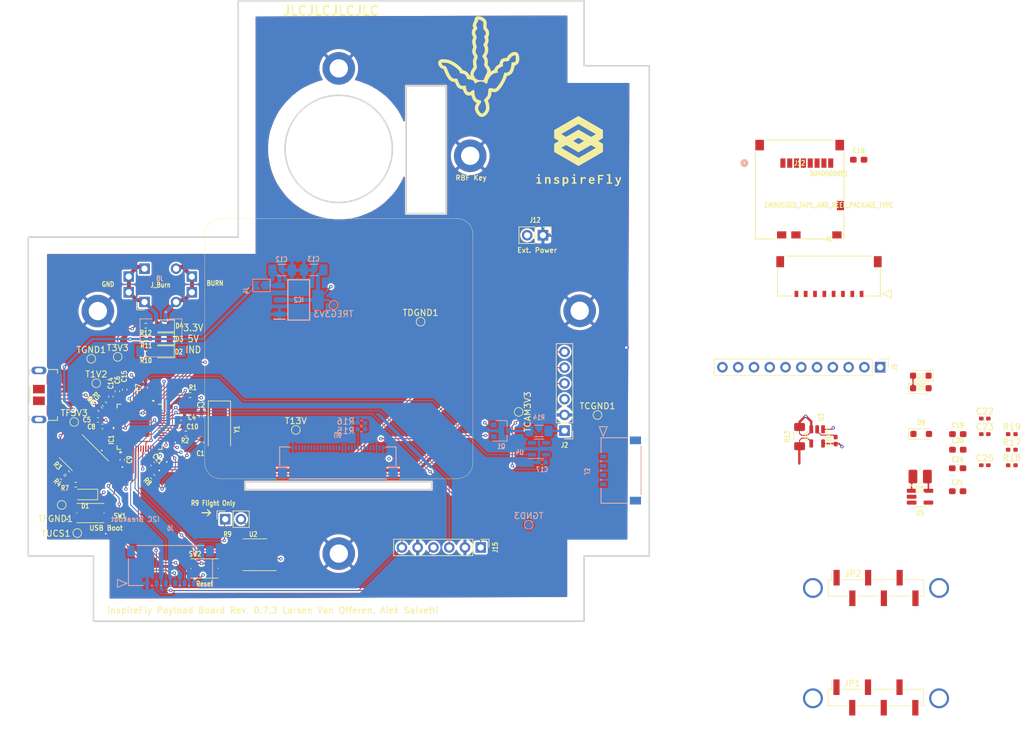
<source format=kicad_pcb>
(kicad_pcb (version 20240108) (generator "pcbnew") (generator_version "8.0")
  (layers (0 "F.Cu" signal) (1 "In1.Cu" power) (2 "In2.Cu" power) (31 "B.Cu" signal) (34 "B.Paste" user) (35 "F.Paste" user) (36 "B.SilkS" user "B.Silkscreen") (37 "F.SilkS" user "F.Silkscreen") (38 "B.Mask" user) (39 "F.Mask" user) (44 "Edge.Cuts" user))
  (net 0 "")
  (net 1 "GND")
  (net 2 "Net-(IC1-XIN)")
  (net 3 "Net-(C2-Pad2)")
  (net 4 "1.2V")
  (net 5 "VUR")
  (net 6 "Break_SDA")
  (net 7 "Break_SCL")
  (net 8 "I2C1_SDA")
  (net 9 "I2C1_SCL")
  (net 10 "SPI0_CS_DISP")
  (net 12 "Cam_RST")
  (net 13 "SPI1_MISO_Cam")
  (net 14 "SPI1_CS_Cam")
  (net 15 "SPI1_SCK_Cam")
  (net 16 "SPI1_MOSI_Cam")
  (net 17 "Disp_RST")
  (net 18 "/USBBOOT")
  (net 19 "Disp_DC")
  (net 20 "Net-(IC1-XOUT)")
  (net 21 "SWCLK")
  (net 22 "SWDIO")
  (net 23 "/~{RESET}")
  (net 24 "SPI0_MISO")
  (net 25 "SPI0_CS_SD")
  (net 26 "SPI0_SCK")
  (net 27 "SPI0_MOSI")
  (net 28 "WDT_WDI")
  (net 32 "ADC0")
  (net 33 "ADC1")
  (net 36 "Net-(IC1-USB_D-)")
  (net 37 "Net-(IC1-USB_D+)")
  (net 38 "/QSPI_DATA[3]")
  (net 39 "/QSPI_SCK")
  (net 40 "/QSPI_DATA[0]")
  (net 41 "/QSPI_DATA[2]")
  (net 42 "/QSPI_DATA[1]")
  (net 43 "/QSPI_CS")
  (net 44 "Cam_3.3v")
  (net 45 "+3.3V")
  (net 46 "SD_IND")
  (net 47 "/3Vo")
  (net 48 "VBUS")
  (net 49 "/D-")
  (net 50 "/D+")
  (net 52 "Net-(U2-~{RESET})")
  (net 53 "Net-(U2-~{MR})")
  (net 55 "UART1_TX")
  (net 56 "UART1_RX")
  (net 57 "Net-(D1-A)")
  (net 58 "Net-(D2-A)")
  (net 59 "Net-(D3-A)")
  (net 60 "Net-(D4-A)")
  (net 61 "Net-(IC1-GPIO25)")
  (net 62 "BGND")
  (net 63 "BPWR")
  (net 64 "CIN-")
  (net 65 "DIN-")
  (net 66 "+13V")
  (net 67 "Net-(U6-VCOMH)")
  (net 68 "Net-(U6-VDD)")
  (net 69 "Net-(U5-FB)")
  (net 70 "Net-(D5-A)")
  (net 71 "Net-(D7-A)")
  (net 72 "Net-(D9-A)")
  (net 73 "BURN_A")
  (net 74 "BURN_B")
  (net 78 "Net-(U6-IREF)")
  (net 79 "Net-(U6-VSL)")
  (net 93 "VCC")
  (net 94 "IMURX")
  (net 95 "IMUTX")
  (net 96 "Net-(R15-Pad1)")
  (footprint "Resistor_SMD:R_0402_1005Metric_Pad0.72x0.64mm_HandSolder" (layer "F.Cu") (at 171.375 82.83)
    (property "Reference" "R19")
    (property "Value" "50")
  )
  (footprint "TestPoint:TestPoint_Pad_D1.0mm" (layer "F.Cu") (at 20.38 80.87)
    (property "Reference" "TF3V3")
    (property "Value" "TESTPOINTROUND1.5MMNO")
  )
  (footprint "Capacitor_SMD:C_0402_1005Metric_Pad0.74x0.62mm_HandSolder" (layer "F.Cu") (at 24.21 80.54 180)
    (property "Reference" "C8")
    (property "Value" "0.1uF")
  )
  (footprint "PayloadBoard:custom_IC57_RP2040" (layer "F.Cu") (at 30.9164 81.65 90)
    (property "Reference" "IC1")
    (property "Value" "RP2040_QFN56")
  )
  (footprint "Diode_SMD:D_SOD-323_HandSoldering" (layer "F.Cu") (at 156.718 75.438)
    (property "Reference" "D7")
    (property "Value" "NSR0320")
  )
  (footprint "Capacitor_SMD:C_0402_1005Metric_Pad0.74x0.62mm_HandSolder" (layer "F.Cu") (at 37.33 81.64)
    (property "Reference" "C10")
    (property "Value" "0.1uF")
  )
  (footprint "Resistor_SMD:R_1206_3216Metric_Pad1.30x1.75mm_HandSolder" (layer "F.Cu") (at 137.191405 83.2244 90)
    (property "Reference" "R13")
    (property "Value" "10k")
  )
  (footprint "Capacitor_SMD:C_0402_1005Metric_Pad0.74x0.62mm_HandSolder" (layer "F.Cu") (at 40.87 80.03 -90)
    (property "Reference" "C2")
    (property "Value" "27pF")
  )
  (footprint "Connector_PinHeader_2.54mm:PinHeader_1x11_P2.54mm_Vertical" (layer "F.Cu") (at 150.17 72.05 -90)
    (property "Reference" "J5")
    (property "Value" "Display_Conn")
  )
  (footprint "Resistor_SMD:R_0402_1005Metric_Pad0.72x0.64mm_HandSolder" (layer "F.Cu") (at 20.625 90.975)
    (property "Reference" "R7")
    (property "Value" "1K")
  )
  (footprint "" (layer "F.Cu") (at 101.782992 62.956243)
    (property "Reference" "")
    (property "Value" "")
  )
  (footprint "Resistor_SMD:R_0402_1005Metric_Pad0.72x0.64mm_HandSolder" (layer "F.Cu") (at 31.92 69.85 180)
    (property "Reference" "R10")
    (property "Value" "220")
  )
  (footprint "Capacitor_SMD:C_0603_1608Metric_Pad1.08x0.95mm_HandSolder" (layer "F.Cu") (at 146.7115 38.608)
    (property "Reference" "C18")
    (property "Value" "10uF")
  )
  (footprint "Resistor_SMD:R_0402_1005Metric_Pad0.72x0.64mm_HandSolder" (layer "F.Cu") (at 171.375 87.85)
    (property "Reference" "R18")
    (property "Value" "10k")
  )
  (footprint "" (layer "F.Cu") (at 159.6613 107.62)
    (property "Reference" "")
    (property "Value" "")
  )
  (footprint "Resistor_SMD:R_0402_1005Metric_Pad0.72x0.64mm_HandSolder" (layer "F.Cu") (at 25.245 77.975 135)
    (property "Reference" "R5")
    (property "Value" "27.4")
  )
  (footprint "Capacitor_SMD:C_0402_1005Metric_Pad0.74x0.62mm_HandSolder" (layer "F.Cu") (at 31.85 75.34 90)
    (property "Reference" "C7")
    (property "Value" "0.1uF")
  )
  (footprint "Connector_PinHeader_2.54mm:PinHeader_1x06_P2.54mm_Vertical" (layer "F.Cu") (at 99.34 82.27 180)
    (property "Reference" "J2")
    (property "Value" "Cam_Conn")
  )
  (footprint "LED_SMD:LED_0805_2012Metric" (layer "F.Cu") (at 34.81 69.57 180)
    (property "Reference" "D2")
    (property "Value" "LED")
  )
  (footprint "TestPoint:TestPoint_Pad_D1.0mm" (layer "F.Cu") (at 27.39 70.38)
    (property "Reference" "T3V3")
    (property "Value" "TESTPOINTROUND1.5MMNO")
  )
  (footprint "PayloadBoard:Molex_Pico_CON_5040500891" (layer "F.Cu") (at 147.178484 60.238501)
    (property "Reference" "J1")
    (property "Value" "Cam_PicoLock")
  )
  (footprint "LED_SMD:LED_0805_2012Metric" (layer "F.Cu") (at 34.83 67.49 180)
    (property "Reference" "D3")
    (property "Value" "LED")
  )
  (footprint "PayloadBoard:hokiebirdfoot13mm" (layer "F.Cu") (at 85.6 23.7)
    (property "Reference" "G***" (hide yes))
    (property "Value" "LOGO" (hide yes))
  )
  (footprint "Resistor_SMD:R_0402_1005Metric_Pad0.72x0.64mm_HandSolder" (layer "F.Cu") (at 19.273128 89.093128 -45)
    (property "Reference" "R3")
    (property "Value" "10k")
  )
  (footprint "Connector_PinHeader_2.54mm:PinHeader_1x06_P2.54mm_Vertical" (layer "F.Cu") (at 85.852 101.092 -90)
    (property "Reference" "J15")
    (property "Value" "SWC")
  )
  (footprint "Capacitor_SMD:C_0603_1608Metric_Pad1.08x0.95mm_HandSolder" (layer "F.Cu") (at 162.675 85.34)
    (property "Reference" "C20")
    (property "Value" "10uF/16V")
  )
  (footprint "Capacitor_SMD:C_0402_1005Metric_Pad0.74x0.62mm_HandSolder" (layer "F.Cu") (at 37.592 80.264 180)
    (property "Reference" "C4")
    (property "Value" "0.1uF" (hide yes))
  )
  (footprint "TestPoint:TestPoint_Pad_D1.0mm" (layer "F.Cu") (at 91.948 79.248 -90)
    (property "Reference" "TCAM3V3")
    (property "Value" "TESTPOINTROUND1.5MMNO")
  )
  (footprint "sapling:Burn_Wire_Connection" (layer "F.Cu") (at 27.895 63.79 90)
    (property "Reference" "J_Burn")
    (property "Value" "Conn_01x02" (hide yes))
  )
  (footprint "" (layer "F.Cu") (at 84.155749 37.976859)
    (property "Reference" "")
    (property "Value" "")
  )
  (footprint "Capacitor_SMD:C_0402_1005Metric_Pad0.74x0.62mm_HandSolder" (layer "F.Cu") (at 167.025 82.83)
    (property "Reference" "C23")
    (property "Value" "1.0uF")
  )
  (footprint "Connector_PinHeader_2.54mm:PinHeader_1x02_P2.54mm_Vertical" (layer "F.Cu") (at 95.865 50.78 -90)
    (property "Reference" "J12")
    (property "Value" "FC Breakout")
  )
  (footprint "Capacitor_SMD:C_0402_1005Metric_Pad0.74x0.62mm_HandSolder" (layer "F.Cu") (at 143.002 83.87 90)
    (property "Reference" "C16")
    (property "Value" "0.1uF")
  )
  (footprint "TestPoint:TestPoint_Pad_D1.0mm" (layer "F.Cu") (at 23.94 74.63)
    (property "Reference" "T1V2")
    (property "Value" "TESTPOINTROUND1.5MMNO")
  )
  (footprint "TestPoint:TestPoint_Pad_D1.0mm" (layer "F.Cu") (at 20.88 98.77)
    (property "Reference" "TUCS1")
    (property "Value" "TESTPOINTROUND1.5MMNO")
  )
  (footprint "Diode_SMD:D_SOD-323_HandSoldering" (layer "F.Cu") (at 156.7825 82.8)
    (property "Reference" "D9")
    (property "Value" "NSR0320")
  )
  (footprint "Connector_PinHeader_2.54mm:PinHeader_1x06_P2.54mm_Vertical_SMD_Pin1Right" (layer "F.Cu") (at 149.48 125.265 90)
    (property "Reference" "JP1")
    (property "Value" "")
  )
  (footprint "Package_DFN_QFN:WDFN-8-1EP_6x5mm_P1.27mm_EP3.4x4mm" (layer "F.Cu") (at 21.941852 86.881066 135)
    (property "Reference" "U1" (hide yes))
    (property "Value" "W25Q128JVPIQ TR" (hide yes))
  )
  (footprint "" (layer "F.Cu") (at 139.3413 107.62)
    (property "Reference" "")
    (property "Value" "")
  )
  (footprint "Diode_SMD:D_SOD-323_HandSoldering" (layer "F.Cu") (at 22.16 92.56 180)
    (property "Reference" "D1")
    (property "Value" "NSR0320")
  )
  (footprint "Package_TO_SOT_SMD:SOT-23-5" (layer "F.Cu") (at 140.021005 83.1935 -90)
    (property "Reference" "U3")
    (property "Value" "INA180A1")
  )
  (footprint "TestPoint:TestPoint_Pad_D1.0mm" (layer "F.Cu") (at 76.16 64.71)
    (property "Reference" "TDGND1")
    (property "Value" "TESTPOINTROUND1.5MMNO")
  )
  (footprint "Capacitor_SMD:C_0402_1005Metric_Pad0.74x0.62mm_HandSolder" (layer "F.Cu") (at 24.93 81.58)
    (property "Reference" "C5")
    (property "Value" "0.1uF")
  )
  (footprint "Connector_PinHeader_2.54mm:PinHeader_1x06_P2.54mm_Vertical_SMD_Pin1Right" (layer "F.Cu") (at 149.5013 107.62 90)
    (property "Reference" "JP2")
    (property "Value" "")
  )
  (footprint "Resistor_SMD:R_0402_1005Metric_Pad0.72x0.64mm_HandSolder" (layer "F.Cu") (at 24.545 78.825 -45)
    (property "Reference" "R6")
    (property "Value" "27.4")
  )
  (footprint "Capacitor_SMD:C_0603_1608Metric_Pad1.08x0.95mm_HandSolder" (layer "F.Cu") (at 162.65 92.03)
    (property "Reference" "C21")
    (property "Value" "10uF/16V")
  )
  (footprint "LED_SMD:LED_0805_2012Metric" (layer "F.Cu") (at 34.84 65.39 180)
    (property "Reference" "D4")
    (property "Value" "LED")
  )
  (footprint "Capacitor_SMD:C_0402_1005Metric_Pad0.74x0.62mm_HandSolder" (layer "F.Cu") (at 26.3 76.78 -90)
    (property "Reference" "C14")
    (property "Value" "1uF")
  )
  (footprint "TestPoint:TestPoint_Pad_D1.0mm" (layer "F.Cu") (at 56.07 82.15)
    (property "Reference" "T13V")
    (property "Value" "TESTPOINTROUND1.5MMNO")
  )
  (footprint "Resistor_SMD:R_0402_1005Metric_Pad0.72x0.64mm_HandSolder" (layer "F.Cu") (at 171.375 85.34)
    (property "Reference" "R17")
    (property "Value" "100k")
  )
  (footprint "Resistor_SMD:R_0402_1005Metric_Pad0.72x0.64mm_HandSolder" (layer "F.Cu") (at 38.37 82.73 180)
    (property "Reference" "R2")
    (property "Value" "1K")
  )
  (footprint "Capacitor_SMD:C_0402_1005Metric_Pad0.74x0.62mm_HandSolder" (layer "F.Cu") (at 40.86 84.2 90)
    (property "Reference" "C1")
    (property "Value" "27pF")
  )
  (footprint "Crystal:Crystal_SMD_5032-2Pin_5.0x3.2mm_HandSoldering" (layer "F.Cu") (at 43.77 82.04 -90)
    (property "Reference" "Y1")
    (property "Value" "ABLS-12.000MHZ-B2-T" (hide yes))
  )
  (footprint "Resistor_SMD:R_0402_1005Metric_Pad0.72x0.64mm_HandSolder" (layer "F.Cu") (at 31.9125 65.36 180)
    (property "Reference" "R12")
    (property "Value" "220")
  )
  (footprint "" (layer "F.Cu") (at 159.6613 125.4)
    (property "Reference" "")
    (property "Value" "")
  )
  (footprint "Capacitor_SMD:C_0402_1005Metric_Pad0.74x0.62mm_HandSolder" (layer "F.Cu") (at 28.5 75.66 90)
    (property "Reference" "C15")
    (property "Value" "0.1uF")
  )
  (footprint "Resistor_SMD:R_0402_1005Metric_Pad0.72x0.64mm_HandSolder" (layer "F.Cu") (at 39.04 76.55 180)
    (property "Reference" "R1")
    (property "Value" "10K")
  )
  (footprint "" (layer "F.Cu") (at 24.195 63)
    (property "Reference" "")
    (property "Value" "")
  )
  (footprint "Capacitor_SMD:C_0603_1608Metric_Pad1.08x0.95mm_HandSolder" (layer "F.Cu") (at 162.64 88.33)
    (property "Reference" "C24")
    (property "Value" "10uF")
  )
  (footprint "Capacitor_SMD:C_0402_1005Metric_Pad0.74x0.62mm_HandSolder" (layer "F.Cu") (at 167.025 87.85)
    (property "Reference" "C25")
    (property "Value" "0.1uF")
  )
  (footprint "Capacitor_SMD:C_0603_1608Metric_Pad1.08x0.95mm_HandSolder" (layer "F.Cu") (at 162.675 82.83)
    (property "Reference" "C19")
    (property "Value" "10uF")
  )
  (footprint "TestPoint:TestPoint_Pad_D1.0mm" (layer "F.Cu") (at 23.13 70.69)
    (property "Reference" "TGND1")
    (property "Value" "TESTPOINTROUND1.5MMNO")
  )
  (footprint "Package_SO:SOIC-8_3.9x4.9mm_P1.27mm" (layer "F.Cu") (at 49.47 102.265 180)
    (property "Reference" "U2")
    (property "Value" "MAX706RESA")
  )
  (footprint "Button_Switch_SMD:SW_Push_1P1T_NO_CK_KMR2" (layer "F.Cu") (at 41.38 104.47)
    (property "Reference" "SW2")
    (property "Value" "KMR2")
  )
  (footprint "Connector_PinSocket_2.54mm:PinSocket_1x02_P2.54mm_Vertical" (layer "F.Cu") (at 44.7 96.535 90)
    (property "Reference" "R9")
    (property "Value" "10k")
  )
  (footprint "Capacitor_SMD:C_0402_1005Metric_Pad0.74x0.62mm_HandSolder" (layer "F.Cu") (at 33.02 87.63 -45)
    (property "Reference" "C11")
    (property "Value" "0.1uF")
  )
  (footprint "PayloadBoard:MOLEX_105164-0001" (layer "F.Cu") (at 13.25 76.5175 -90)
    (property "Reference" "J7" (hide yes))
    (property "Value" "Molex_Micro_USB")
  )
  (footprint "TestPoint:TestPoint_Pad_D1.0mm" (layer "F.Cu") (at 104.648 79.756)
    (property "Reference" "TCGND1")
    (property "Value" "TESTPOINTROUND1.5MMNO")
  )
  (footprint "PayloadBoard:502570-0893_MOL" (layer "F.Cu") (at 137.2077 43.4038)
    (property "Reference" "J12")
    (property "Value" "5025700893")
  )
  (footprint "PayloadBoard:inspireflylogo20mm" (layer "F.Cu") (at 101.6 37.03)
    (property "Reference" "G***" (hide yes))
    (property "Value" "LOGO" (hide yes))
  )
  (footprint "Resistor_SMD:R_0402_1005Metric_Pad0.72x0.64mm_HandSolder" (layer "F.Cu") (at 32 67.47 180)
    (property "Reference" "R11")
    (property "Value" "470")
  )
  (footprint "Capacitor_SMD:C_0402_1005Metric_Pad0.74x0.62mm_HandSolder" (layer "F.Cu") (at 27.34 75.93 -90)
    (property "Reference" "C6")
    (property "Value" "1uF")
  )
  (footprint "SolarPanelBoards:MountingHoles" (layer "F.Cu") (at 62.988996 102.081941 90)
    (property "Reference" "J2" (hide yes))
    (property "Value" "" (hide yes))
  )
  (footprint "" (layer "F.Cu") (at 139.3413 125.4)
    (property "Reference" "")
    (property "Value" "")
  )
  (footprint "Capacitor_SMD:C_0402_1005Metric_Pad0.74x0.62mm_HandSolder" (layer "F.Cu") (at 28.125 86.95 -90)
    (property "Reference" "C9")
    (property "Value" "0.1uF")
  )
  (footprint "Capacitor_SMD:C_0402_1005Metric_Pad0.74x0.62mm_HandSolder" (layer "F.Cu") (at 167.025 80.32)
    (property "Reference" "C22")
    (property "Value" "1.0uF")
  )
  (footprint "TestPoint:TestPoint_Pad_D1.0mm" (layer "F.Cu") (at 18.37 94.24)
    (property "Reference" "TFGND1")
    (property "Value" "TESTPOINTROUND1.5MMNO")
  )
  (footprint "Diode_SMD:D_SOD-323_HandSoldering" (layer "F.Cu") (at 156.718 73.41 180)
    (property "Reference" "D5")
    (property "Value" "NSR0320")
  )
  (footprint "Package_TO_SOT_SMD:SOT-23-5_HandSoldering" (layer "F.Cu") (at 156.59 92.91)
    (property "Reference" "U5")
    (property "Value" "FAN5331SX")
  )
  (footprint "Inductor_SMD:L_1008_2520Metric_Pad1.43x2.20mm_HandSolder" (layer "F.Cu") (at 156.6105 89.662 180)
    (property "Reference" "L1")
    (property "Value" "10uH/1A")
  )
  (footprint "Resistor_SMD:R_0402_1005Metric_Pad0.72x0.64mm_HandSolder" (layer "F.Cu") (at 18.527504 89.817504 135)
    (property "Reference" "R4")
    (property "Value" "DNF")
  )
  (footprint "Button_Switch_SMD:SW_Push_1P1T_NO_CK_KMR2" (layer "F.Cu") (at 22.99 95.55)
    (property "Reference" "SW1")
    (property "Value" "KMR2" (hide yes))
  )
  (footprint "Resistor_SMD:R_0402_1005Metric_Pad0.72x0.64mm_HandSolder" (layer "F.Cu") (at 33.02 89.662 135)
    (property "Reference" "R8")
    (property "Value" "10k")
  )
  (footprint "Picolock2Pos:MOLEX_504050-0291" (layer "B.Cu") (at 34.345 67.31 180)
    (property "Reference" "J8")
    (property "Value" "FC to EPS Connector")
  )
  (footprint "Package_TO_SOT_SMD:SOT-23-5" (layer "B.Cu") (at 95.22 85.192)
    (property "Reference" "U4")
    (property "Value" "INA180A1")
  )
  (footprint "Resistor_SMD:R_1206_3216Metric_Pad1.30x1.75mm_HandSolder" (layer "B.Cu") (at 95.22 82.3218)
    (property "Reference" "R14")
    (property "Value" "10k")
  )
  (footprint "Jumper:SolderJumper-2_P1.3mm_Open_TrianglePad1.0x1.5mm" (layer "B.Cu") (at 50.54 58.8625 180)
    (property "Reference" "J4")
    (property "Value" "usb jumper")
  )
  (footprint "TestPoint:TestPoint_Pad_D1.0mm" (layer "B.Cu") (at 93.58 97.44 180)
    (property "Reference" "TGND3")
    (property "Value" "TESTPOINTROUND1.5MMNO")
  )
  (footprint "Package_TO_SOT_SMD:SC-59" (layer "B.Cu") (at 89.154 82.296)
    (property "Reference" "Q1")
    (property "Value" "Q_PMOS_GSD")
  )
  (footprint "Capacitor_SMD:C_1206_3216Metric_Pad1.33x1.80mm_HandSolder" (layer "B.Cu") (at 58.95 56.3725 180)
    (property "Reference" "C13")
    (property "Value" "22uF")
  )
  (footprint "PayloadBoard:CON30_1X30_DRB_XF2C_TYC" (layer "B.Cu") (at 62.84 87.47)
    (property "Reference" "U6")
    (property "Value" "~")
  )
  (footprint "PayloadBoard:Molex_Pico_CON_5040500491" (layer "B.Cu") (at 105.57 86.44 90)
    (property "Reference" "J3")
    (property "Value" "Antenna_Conn")
  )
  (footprint "Resistor_SMD:R_0402_1005Metric_Pad0.72x0.64mm_HandSolder" (layer "B.Cu") (at 66.6375 82.042 180)
    (property "Reference" "R15")
    (property "Value" "300k")
  )
  (footprint "PayloadBoard:SOT230P700X180-4N" (layer "B.Cu") (at 56.5425 61.2025)
    (property "Reference" "IC2")
    (property "Value" "AZ1117CH-3.3TRG1" (hide yes))
  )
  (footprint "Capacitor_SMD:C_0402_1005Metric_Pad0.74x0.62mm_HandSolder" (layer "B.Cu") (at 95.73 87.376)
    (property "Reference" "C17")
    (property "Value" "0.1uF")
  )
  (footprint "PayloadBoard:Molex_Pico_CON_5040500691" (layer "B.Cu") (at 32.140348 106.880001 180)
    (property "Reference" "J6")
    (property "Value" "Breakout")
  )
  (footprint "Resistor_SMD:R_0402_1005Metric_Pad0.72x0.64mm_HandSolder" (layer "B.Cu") (at 66.6375 81.026)
    (property "Reference" "R16")
    (property "Value" "300k")
  )
  (footprint "SolarPanelBoards:MountingHoles" (layer "B.Cu") (at 62.988996 23.896243)
    (property "Reference" "J5" (hide yes))
    (property "Value" "" (hide yes))
  )
  (footprint "TestPoint:TestPoint_Pad_D1.0mm" (layer "B.Cu") (at 62.14 62.02)
    (property "Reference" "TREG3V3")
    (property "Value" "TESTPOINTROUND1.5MMNO")
  )
  (footprint "Capacitor_SMD:C_1206_3216Metric_Pad1.33x1.80mm_HandSolder" (layer "B.Cu") (at 53.86 56.3925)
    (property "Reference" "C12")
    (property "Value" "10uF")
  )
  (gr_line (start 82.05 48.1) (end 43.95 48.1) (stroke (width 0.05)) (layer "F.SilkS"))
  (gr_line (start 40.97 95.5) (end 42.33 95.5) (stroke (width 0.2)) (layer "F.SilkS"))
  (gr_arc (start 84.59 87.47) (mid 83.846051 89.266051) (end 82.05 90.01) (stroke (width 0.05)) (layer "F.SilkS"))
  (gr_arc (start 82.05 48.1) (mid 83.846051 48.843949) (end 84.59 50.64) (stroke (width 0.05)) (layer "F.SilkS"))
  (gr_line (start 42.33 95.5) (end 41.854295 95.975705) (stroke (width 0.2)) (layer "F.SilkS"))
  (gr_line (start 84.59 87.47) (end 84.59 50.64) (stroke (width 0.05)) (layer "F.SilkS"))
  (gr_line (start 41.86 95.03) (end 42.33 95.5) (stroke (width 0.2)) (layer "F.SilkS"))
  (gr_line (start 43.95 90.01) (end 82.05 90.01) (stroke (width 0.05)) (layer "F.SilkS"))
  (gr_arc (start 43.95 90.01) (mid 42.153949 89.266051) (end 41.41 87.47) (stroke (width 0.05)) (layer "F.SilkS"))
  (gr_arc (start 41.41 50.64) (mid 42.153949 48.843949) (end 43.95 48.1) (stroke (width 0.05)) (layer "F.SilkS"))
  (gr_line (start 41.41 50.64) (end 41.41 87.47) (stroke (width 0.05)) (layer "F.SilkS"))
  (gr_line (start 80.255749 26.718286) (end 73.844989 26.718286) (stroke (width 0.25)) (layer "Edge.Cuts"))
  (gr_line (start 77.948996 91.7646) (end 77.948996 90.5046) (stroke (width 0.25)) (layer "Edge.Cuts"))
  (gr_line (start 112.988996 23.4746) (end 112.988996 102.4746) (stroke (width 0.25)) (layer "Edge.Cuts"))
  (gr_line (start 112.988996 102.4746) (end 102.488996 102.4746) (stroke (width 0.25)) (layer "Edge.Cuts"))
  (gr_line (start 47.948996 91.7646) (end 77.948996 91.7646) (stroke (width 0.25)) (layer "Edge.Cuts"))
  (gr_line (start 12.988996 51.085346) (end 46.806196 51.085346) (stroke (width 0.25)) (layer "Edge.Cuts"))
  (gr_line (start 23.488996 112.9746) (end 23.488996 102.4746) (stroke (width 0.25)) (layer "Edge.Cuts"))
  (gr_line (start 73.844989 47.292286) (end 80.255749 47.292286) (stroke (width 0.25)) (layer "Edge.Cuts"))
  (gr_line (start 102.485996 13) (end 102.488996 23.4746) (stroke (width 0.25)) (layer "Edge.Cuts"))
  (gr_line (start 102.488996 23.4746) (end 112.988996 23.4746) (stroke (width 0.25)) (layer "Edge.Cuts"))
  (gr_line (start 102.488996 102.4746) (end 102.488996 112.9746) (stroke (width 0.25)) (layer "Edge.Cuts"))
  (gr_line (start 47.948996 90.5046) (end 47.948996 91.7646) (stroke (width 0.25)) (layer "Edge.Cuts"))
  (gr_line (start 12.988996 102.4746) (end 12.988996 51.085346) (stroke (width 0.25)) (layer "Edge.Cuts"))
  (gr_line (start 23.488996 102.4746) (end 12.988996 102.4746) (stroke (width 0.25)) (layer "Edge.Cuts"))
  (gr_line (start 80.255749 47.292286) (end 80.255749 26.718286) (stroke (width 0.25)) (layer "Edge.Cuts"))
  (gr_circle (center 62.976865 36.868243) (end 71.612865 36.868243) (stroke (width 0.25)) (fill none) (layer "Edge.Cuts"))
  (gr_line (start 73.844989 26.718286) (end 73.844989 47.292286) (stroke (width 0.25)) (layer "Edge.Cuts"))
  (gr_line (start 77.948996 90.5046) (end 47.948996 90.5046) (stroke (width 0.25)) (layer "Edge.Cuts"))
  (gr_line (start 46.806196 13) (end 102.485996 13) (stroke (width 0.25)) (layer "Edge.Cuts"))
  (gr_line (start 102.488996 112.9746) (end 23.488996 112.9746) (stroke (width 0.25)) (layer "Edge.Cuts"))
  (gr_line (start 46.806196 51.085346) (end 46.806196 13) (stroke (width 0.25)) (layer "Edge.Cuts"))
  (gr_text "I2C Breakout" (at 34.24 97.01 0) (layer "B.SilkS") (effects (font (size 0.8 0.8) (thickness 0.15) (bold yes)) (justify left bottom mirror)))
  (gr_text "3.3V\n5V\nIND" (at 39.55 69.88 0) (layer "F.SilkS") (effects (font (size 1.1 1)) (justify bottom)))
  (gr_text "USB Boot\n" (at 22.74 98.43 0) (layer "F.SilkS") (effects (font (size 0.8 0.75) (thickness 0.15) (bold yes)) (justify left bottom)))
  (gr_text "inspireFly Payload Board Rev. 0.7.3 Larsen Van Offeren, Alek Salvetti" (at 25.63 111.8 0) (layer "F.SilkS") (effects (font (size 1 1)) (justify left bottom)))
  (gr_text "Ext. Power" (at 91.65 53.67 0) (layer "F.SilkS") (effects (font (size 0.8 0.8)) (justify left bottom)))
  (gr_text "Reset" (at 39.94 107.43 0) (layer "F.SilkS") (effects (font (size 0.8 0.65) (thickness 0.15) (bold yes)) (justify left bottom)))
  (gr_text "R9 Flight Only" (at 39.104295 94.414295 0) (layer "F.SilkS") (effects (font (size 0.8 0.65) (thickness 0.15) (bold yes)) (justify left bottom)))
  (gr_text "RBF Key" (at 81.7 42 0) (layer "F.SilkS") (effects (font (size 0.8 0.8) (thickness 0.15) (bold yes)) (justify left bottom)))
  (gr_text "JLCJLCJLCJLC" (at 53.848 15.494 0) (layer "F.SilkS") (effects (font (size 1.5 1.5) (thickness 0.3) (bold yes)) (justify left bottom)))
  (segment (start 140.021005 82.056) (end 140.021005 82.361958) (width 0.1524) (layer "F.Cu") (net 1))
  (segment (start 140.021005 82.361958) (end 140.644247 82.9852) (width 0.1524) (layer "F.Cu") (net 1))
  (segment (start 36.67 84.116498) (end 35.203503 82.650001) (width 0.1524) (layer "F.Cu") (net 1))
  (segment (start 25.295306 87.540443) (end 25.295306 85.945306) (width 0.254) (layer "F.Cu") (net 1))
  (segment (start 24.83 85.47) (end 24.82 85.47) (width 0.254) (layer "F.Cu") (net 1))
  (segment (start 25.295306 85.945306) (end 24.83 85.48) (width 0.254) (layer "F.Cu") (net 1))
  (segment (start 36.67 84.15) (end 36.67 84.116498) (width 0.1524) (layer "F.Cu") (net 1))
  (segment (start 142.6847 82.9852) (end 143.002 83.3025) (width 0.1524) (layer "F.Cu") (net 1))
  (segment (start 140.644247 82.9852) (end 142.6847 82.9852) (width 0.1524) (layer "F.Cu") (net 1))
  (segment (start 35.203503 82.650001) (end 34.32 82.650001) (width 0.1524) (layer "F.Cu") (net 1))
  (segment (start 24.82 85.47) (end 24.825 85.475) (width 0.254) (layer "F.Cu") (net 1))
  (segment (start 24.83 85.48) (end 24.83 85.47) (width 0.254) (layer "F.Cu") (net 1))
  (via (at 19.28 96.56) (size 0.55) (drill 0.25) (layers "F.Cu" "B.Cu") (net 1))
  (via (at 25.46 98.88) (size 0.55) (drill 0.25) (layers "F.Cu" "B.Cu") (net 1))
  (via (at 28.15 88.14) (size 0.55) (drill 0.25) (layers "F.Cu" "B.Cu") (net 1))
  (via (at 34.09 88.69) (size 0.55) (drill 0.25) (layers "F.Cu" "B.Cu") (net 1))
  (via (at 36.67 84.15) (size 0.55) (drill 0.25) (layers "F.Cu" "B.Cu") (net 1))
  (via (at 35.28 87.31) (size 0.55) (drill 0.25) (layers "F.Cu" "B.Cu") (net 1))
  (via (at 24.83 85.47) (size 0.55) (drill 0.25) (layers "F.Cu" "B.Cu") (net 1))
  (via (at 109.29 68.88) (size 0.8) (drill 0.4) (layers "F.Cu" "B.Cu") (net 1))
  (segment (start 94.744999 85.192) (end 95.25 85.697001) (width 0.1524) (layer "B.Cu") (net 1))
  (segment (start 95.25 85.697001) (end 95.25 87.376) (width 0.1524) (layer "B.Cu") (net 1))
  (segment (start 94.0825 85.192) (end 94.744999 85.192) (width 0.1524) (layer "B.Cu") (net 1))
  (segment (start 40.86 83.72) (end 42.85 83.72) (width 0.1524) (layer "F.Cu") (net 2))
  (segment (start 36.87795 83.54205) (end 35.585899 82.249999) (width 0.1524) (layer "F.Cu") (net 2))
  (segment (start 35.585899 82.249999) (end 34.32 82.249999) (width 0.1524) (layer "F.Cu") (net 2))
  (segment (start 37.0559 83.72) (end 36.87795 83.54205) (width 0.1524) (layer "F.Cu") (net 2))
  (segment (start 40.86 83.72) (end 37.0559 83.72) (width 0.1524) (layer "F.Cu") (net 2))
  (segment (start 42.85 83.72) (end 43.77 84.64) (width 0.1524) (layer "F.Cu") (net 2))
  (segment (start 42.7 80.51) (end 43.77 79.44) (width 0.1524) (layer "F.Cu") (net 3))
  (segment (start 40.87 80.51) (end 42.7 80.51) (width 0.1524) (layer "F.Cu") (net 3))
  (segment (start 40.87 80.8275) (end 38.9675 82.73) (width 0.1524) (layer "F.Cu") (net 3))
  (segment (start 40.87 80.51) (end 40.87 80.8275) (width 0.1524) (layer "F.Cu") (net 3))
  (segment (start 36.044934 80.264) (end 35.258933 81.050001) (width 0.1524) (layer "F.Cu") (net 4))
  (segment (start 27.5128 81.85) (end 25.755 81.85) (width 0.1524) (layer "F.Cu") (net 4))
  (segment (start 27.5128 79.850001) (end 28.470001 79.850001) (width 0.1524) (layer "F.Cu") (net 4))
  (segment (start 33.325 80.683699) (end 33.691302 81.050001) (width 0.1524) (layer "F.Cu") (net 4))
  (segment (start 28.61 81.84) (end 28.61 81.69) (width 0.1524) (layer "F.Cu") (net 4))
  (segment (start 28.470001 79.850001) (end 28.58 79.96) (width 0.1524) (layer "F.Cu") (net 4))
  (segment (start 26.32 77.48) (end 23.94 75.1) (width 0.1524) (layer "F.Cu") (net 4))
  (segment (start 33.325 80.518) (end 33.325 80.683699) (width 0.1524) (layer "F.Cu") (net 4))
  (segment (start 28.61 81.69) (end 28.58 81.66) (width 0.1524) (layer "F.Cu") (net 4))
  (segment (start 28.28 81.84) (end 28.27 81.85) (width 0.1524) (layer "F.Cu") (net 4))
  (segment (start 25.755 81.85) (end 25.43 81.525) (width 0.1524) (layer "F.Cu") (net 4))
  (segment (start 28.27 81.85) (end 27.5128 81.85) (width 0.1524) (layer "F.Cu") (net 4))
  (segment (start 26.32 79.175) (end 26.32 77.48) (width 0.2) (layer "F.Cu") (net 4))
  (segment (start 37.0245 80.264) (end 36.044934 80.264) (width 0.1524) (layer "F.Cu") (net 4))
  (segment (start 27.5128 79.850001) (end 26.995001 79.850001) (width 0.2) (layer "F.Cu") (net 4))
  (segment (start 28.58 79.96) (end 28.58 81.66) (width 0.1524) (layer "F.Cu") (net 4))
  (segment (start 28.61 81.84) (end 28.28 81.84) (width 0.1524) (layer "F.Cu") (net 4))
  (segment (start 28.39 81.85) (end 28.27 81.85) (width 0.1524) (layer "F.Cu") (net 4))
  (segment (start 23.94 75.1) (end 23.94 74.63) (width 0.1524) (layer "F.Cu") (net 4))
  (segment (start 33.691302 81.050001) (end 34.415 81.050001) (width 0.1524) (layer "F.Cu") (net 4))
  (segment (start 26.995001 79.850001) (end 26.32 79.175) (width 0.2) (layer "F.Cu") (net 4))
  (segment (start 35.258933 81.050001) (end 34.32 81.050001) (width 0.1524) (layer "F.Cu") (net 4))
  (via (at 33.325 80.518) (size 0.55) (drill 0.25) (layers "F.Cu" "B.Cu") (net 4))
  (via (at 28.61 81.84) (size 0.55) (drill 0.25) (layers "F.Cu" "B.Cu") (net 4))
  (segment (start 29.424 81.026) (end 28.61 81.84) (width 0.1524) (layer "B.Cu") (net 4))
  (segment (start 33.325 80.518) (end 32.817 81.026) (width 0.1524) (layer "B.Cu") (net 4))
  (segment (start 32.817 81.026) (end 29.424 81.026) (width 0.1524) (layer "B.Cu") (net 4))
  (segment (start 53.4425 58.9025) (end 53.4425 57.5375) (width 0.635) (layer "B.Cu") (net 5))
  (segment (start 52.2975 57.83) (end 51.265 58.8625) (width 0.635) (layer "B.Cu") (net 5))
  (segment (start 53.4425 57.5375) (end 52.2975 56.3925) (width 0.635) (layer "B.Cu") (net 5))
  (segment (start 53.4425 58.9025) (end 51.305 58.9025) (width 0.635) (layer "B.Cu") (net 5))
  (segment (start 51.305 58.9025) (end 51.265 58.8625) (width 0.635) (layer "B.Cu") (net 5))
  (segment (start 52.2975 56.3925) (end 52.2975 57.83) (width 0.635) (layer "B.Cu") (net 5))
  (segment (start 25.908 91.186) (end 28.716399 88.377601) (width 0.1524) (layer "F.Cu") (net 6))
  (segment (start 34.75392 103.55) (end 27.64 96.43608) (width 0.1524) (layer "F.Cu") (net 6))
  (segment (start 36.69 103.55) (end 34.75392 103.55) (width 0.1524) (layer "F.Cu") (net 6))
  (segment (start 27.64 96.43608) (end 27.64 94.11) (width 0.1524) (layer "F.Cu") (net 6))
  (segment (start 28.716399 88.377601) (end 28.716399 85.0536) (width 0.1524) (layer "F.Cu") (net 6))
  (via (at 25.9 91.19) (size 0.55) (drill 0.25) (layers "F.Cu" "B.Cu") (net 6))
  (via (at 36.69 103.55) (size 0.55) (drill 0.25) (layers "F.Cu" "B.Cu") (net 6))
  (via (at 27.64 94.11) (size 0.55) (drill 0.25) (layers "F.Cu" "B.Cu") (net 6))
  (segment (start 27.64 94.11) (end 27.64 93.14) (width 0.1524) (layer "B.Cu") (net 6))
  (segment (start 25.908 91.408) (end 25.9 91.19) (width 0.1524) (layer "B.Cu") (net 6))
  (segment (start 27.64 93.14) (end 25.908 91.408) (width 0.1524) (layer "B.Cu") (net 6))
  (segment (start 36.69 103.55) (end 38.140349 105.000349) (width 0.1524) (layer "B.Cu") (net 6))
  (segment (start 38.140349 105.000349) (end 38.140349 106.880001) (width 0.1524) (layer "B.Cu") (net 6))
  (segment (start 26.5583 92.6617) (end 26.5583 98.4983) (width 0.1524) (layer "F.Cu") (net 7))
  (segment (start 26.5583 98.4983) (end 27.905 99.845) (width 0.1524) (layer "F.Cu") (net 7))
  (segment (start 32.8 104.74) (end 27.905 99.845) (width 0.1524) (layer "F.Cu") (net 7))
  (segment (start 27.905 99.845) (end 27.6417 99.5817) (width 0.1524) (layer "F.Cu") (net 7))
  (segment (start 35.25 104.74) (end 32.8 104.74) (width 0.1524) (layer "F.Cu") (net 7))
  (segment (start 26.88 92.34) (end 26.5583 92.6617) (width 0.1524) (layer "F.Cu") (net 7))
  (segment (start 29.116401 88.628533) (end 29.116401 85.0536) (width 0.1524) (layer "F.Cu") (net 7))
  (segment (start 26.88 90.864934) (end 29.116401 88.628533) (width 0.1524) (layer "F.Cu") (net 7))
  (segment (start 26.88 92.34) (end 26.88 90.864934) (width 0.1524) (layer "F.Cu") (net 7))
  (segment (start 36.5 105.2) (end 35.71 105.2) (width 0.1524) (layer "F.Cu") (net 7))
  (segment (start 35.71 105.2) (end 35.25 104.74) (width 0.1524) (layer "F.Cu") (net 7))
  (via (at 36.5 105.2) (size 0.55) (drill 0.25) (layers "F.Cu" "B.Cu") (net 7))
  (segment (start 36.640349 105.340349) (end 36.640349 106.880001) (width 0.1524) (layer "B.Cu") (net 7))
  (segment (start 36.5 105.2) (end 36.640349 105.340349) (width 0.1524) (layer "B.Cu") (net 7))
  (segment (start 27.686 92.164) (end 27.686 90.773014) (width 0.1524) (layer "F.Cu") (net 8))
  (segment (start 27.686 90.773014) (end 29.5164 88.942614) (width 0.1524) (layer "F.Cu") (net 8))
  (segment (start 27.68 92.17) (end 27.686 92.164) (width 0.1524) (layer "F.Cu") (net 8))
  (segment (start 29.5164 88.942614) (end 29.5164 85.0536) (width 0.1524) (layer "F.Cu") (net 8))
  (segment (start 29.916399 89.027549) (end 29.916399 85.0536) (width 0.1524) (layer "F.Cu") (net 9))
  (segment (start 28.71 91.68) (end 28.702 91.672) (width 0.1524) (layer "F.Cu") (net 9))
  (segment (start 28.702 91.672) (end 28.702 90.241948) (width 0.1524) (layer "F.Cu") (net 9))
  (segment (start 28.702 90.241948) (end 29.916399 89.027549) (width 0.1524) (layer "F.Cu") (net 9))
  (via (at 28.71 91.68) (size 0.55) (drill 0.25) (layers "F.Cu" "B.Cu") (net 9))
  (segment (start 32.9629 75.996339) (end 32.9629 75.0471) (width 0.1524) (layer "F.Cu") (net 10))
  (segment (start 32.3164 76.642839) (end 32.9629 75.996339) (width 0.1524) (layer "F.Cu") (net 10))
  (segment (start 32.3164 78.2464) (end 32.3164 76.642839) (width 0.1524) (layer "F.Cu") (net 10))
  (segment (start 36.561699 86.708301) (end 36.561699 86.631699) (width 0.1524) (layer "F.Cu") (net 12))
  (segment (start 35.0417 85.1117) (end 34.94562 85.1117) (width 0.1524) (layer "F.Cu") (net 12))
  (segment (start 36.561699 86.631699) (end 35.0417 85.1117) (width 0.1524) (layer "F.Cu") (net 12))
  (segment (start 86.598 83.058) (end 86.6 83.06) (width 0.1524) (layer "F.Cu") (net 12))
  (segment (start 34.94562 85.1117) (end 34.32 84.48608) (width 0.1524) (layer "F.Cu") (net 12))
  (segment (start 33.380624 90.530624) (end 33.380624 90.022624) (width 0.1524) (layer "F.Cu") (net 12))
  (segment (start 34.32 84.48608) (end 34.32 84.25) (width 0.1524) (layer "F.Cu") (net 12))
  (segment (start 34.544 91.676) (end 36.93 89.29) (width 0.1524) (layer "F.Cu") (net 12))
  (segment (start 82.296 83.058) (end 86.598 83.058) (width 0.1524) (layer "F.Cu") (net 12))
  (segment (start 36.93 89.29) (end 76.064 89.29) (width 0.1524) (layer "F.Cu") (net 12))
  (segment (start 34.544 91.694) (end 33.380624 90.530624) (width 0.1524) (layer "F.Cu") (net 12))
  (segment (start 76.064 89.29) (end 82.296 83.058) (width 0.1524) (layer "F.Cu") (net 12))
  (via (at 71.08 86.78) (size 0.55) (drill 0.25) (layers "F.Cu" "B.Cu") (net 12))
  (via (at 34.544 91.676) (size 0.55) (drill 0.25) (layers "F.Cu" "B.Cu") (net 12))
  (via (at 36.561699 86.708301) (size 0.55) (drill 0.25) (layers "F.Cu" "B.Cu") (net 12))
  (via (at 86.6 83.06) (size 0.55) (drill 0.25) (layers "F.Cu" "B.Cu") (net 12))
  (segment (start 34.544 91.676) (end 34.544 90.424) (width 0.1524) (layer "B.Cu") (net 12))
  (segment (start 36.68 86.826602) (end 36.643398 86.79) (width 0.1524) (layer "B.Cu") (net 12))
  (segment (start 86.614 83.058) (end 87.766 83.058) (width 0.1524) (layer "B.Cu") (net 12))
  (segment (start 34.544 90.424) (end 36.68 88.288) (width 0.1524) (layer "B.Cu") (net 12))
  (segment (start 71.07 86.79) (end 71.08 86.78) (width 0.1524) (layer "B.Cu") (net 12))
  (segment (start 87.766 83.058) (end 87.954 83.246) (width 0.1524) (layer "B.Cu") (net 12))
  (segment (start 36.68 88.288) (end 36.68 86.826602) (width 0.1524) (layer "B.Cu") (net 12))
  (segment (start 32.3164 85.852168) (end 35.034232 88.57) (width 0.1524) (layer "F.Cu") (net 13))
  (segment (start 32.3164 85.0536) (end 32.3164 85.852168) (width 0.1524) (layer "F.Cu") (net 13))
  (segment (start 75.576 88) (end 88.9 74.676) (width 0.1524) (layer "F.Cu") (net 13))
  (segment (start 39 88) (end 75.576 88) (width 0.1524) (layer "F.Cu") (net 13))
  (segment (start 38.43 88.57) (end 39 88) (width 0.1524) (layer "F.Cu") (net 13))
  (segment (start 88.9 74.676) (end 99.314 74.676) (width 0.1524) (layer "F.Cu") (net 13))
  (segment (start 35.034232 88.57) (end 38.43 88.57) (width 0.1524) (layer "F.Cu") (net 13))
  (segment (start 37.864 88.12) (end 39.194 86.79) (width 0.1524) (layer "F.Cu") (net 14))
  (segment (start 82.042 69.596) (end 99.314 69.596) (width 0.1524) (layer "F.Cu") (net 14))
  (segment (start 32.716399 85.767233) (end 35.069166 88.12) (width 0.1524) (layer "F.Cu") (net 14))
  (segment (start 32.716399 85.0536) (end 32.716399 85.767233) (width 0.1524) (layer "F.Cu") (net 14))
  (segment (start 35.069166 88.12) (end 37.864 88.12) (width 0.1524) (layer "F.Cu") (net 14))
  (segment (start 39.194 86.79) (end 64.848 86.79) (width 0.1524) (layer "F.Cu") (net 14))
  (segment (start 64.848 86.79) (end 82.042 69.596) (width 0.1524) (layer "F.Cu") (net 14))
  (segment (start 33.6567 85.7267) (end 33.1608 85.7267) (width 0.1524) (layer "F.Cu") (net 15))
  (segment (start 34.279426 86.349426) (end 33.6567 85.7267) (width 0.1524) (layer "F.Cu") (net 15))
  (segment (start 34.27 86.36) (end 34.279426 86.350574) (width 0.1524) (layer "F.Cu") (net 15))
  (segment (start 33.1608 85.7267) (end 33.116401 85.682301) (width 0.1524) (layer "F.Cu") (net 15))
  (segment (start 33.116401 85.682301) (end 33.116401 85.0536) (width 0.1524) (layer "F.Cu") (net 15))
  (segment (start 34.279426 86.350574) (end 34.279426 86.349426) (width 0.1524) (layer "F.Cu") (net 15))
  (via (at 34.27 86.36) (size 0.55) (drill 0.25) (layers "F.Cu" "B.Cu") (net 15))
  (segment (start 33.9996 85.0536) (end 33.5164 85.0536) (width 0.1524) (layer "F.Cu") (net 16))
  (segment (start 38.54 86.2483) (end 37.4183 87.37) (width 0.1524) (layer "F.Cu") (net 16))
  (segment (start 36.316 87.37) (end 33.9996 85.0536) (width 0.1524) (layer "F.Cu") (net 16))
  (segment (start 37.4183 87.37) (end 36.316 87.37) (width 0.1524) (layer "F.Cu") (net 16))
  (segment (start 86.106 72.136) (end 99.314 72.136) (width 0.1524) (layer "F.Cu") (net 16))
  (segment (start 69.76 83.566759) (end 69.760759 83.566) (width 0.1524) (layer "F.Cu") (net 16))
  (segment (start 74.676 83.566) (end 86.106 72.136) (width 0.1524) (layer "F.Cu") (net 16))
  (segment (start 69.760759 83.566) (end 74.676 83.566) (width 0.1524) (layer "F.Cu") (net 16))
  (via (at 38.54 86.2483) (size 0.55) (drill 0.25) (layers "F.Cu" "B.Cu") (net 16))
  (via (at 69.76 83.566759) (size 0.55) (drill 0.25) (layers "F.Cu" "B.Cu") (net 16))
  (segment (start 69.759241 83.566) (end 69.76 83.566759) (width 0.1524) (layer "B.Cu") (net 16))
  (segment (start 38.54 86.2483) (end 38.54 85.8) (width 0.1524) (layer "B.Cu") (net 16))
  (segment (start 38.54 85.8) (end 40.774 83.566) (width 0.1524) (layer "B.Cu") (net 16))
  (segment (start 31.41 88.4) (end 31.41 85.7887) (width 0.1524) (layer "F.Cu") (net 17))
  (segment (start 31.43 88.42) (end 31.41 88.4) (width 0.1524) (layer "F.Cu") (net 17))
  (segment (start 31.516399 85.682301) (end 31.516399 85.0536) (width 0.1524) (layer "F.Cu") (net 17))
  (segment (start 31.41 85.7887) (end 31.516399 85.682301) (width 0.1524) (layer "F.Cu") (net 17))
  (via (at 31.42 88.42) (size 0.55) (drill 0.25) (layers "F.Cu" "B.Cu") (net 17))
  (segment (start 25.146 92.202) (end 25.148 92.2) (width 0.1524) (layer "F.Cu") (net 18))
  (segment (start 25.148 92.2) (end 25.14 92.2) (width 0.1524) (layer "F.Cu") (net 18))
  (segment (start 22.3 98.77) (end 22.97 98.1) (width 0.1524) (layer "F.Cu") (net 18))
  (segment (start 20.88 98.77) (end 22.3 98.77) (width 0.1524) (layer "F.Cu") (net 18))
  (segment (start 22.47 94.75) (end 20.94 94.75) (width 0.1524) (layer "F.Cu") (net 18))
  (segment (start 22.97 95.122) (end 22.598 94.75) (width 0.1524) (layer "F.Cu") (net 18))
  (segment (start 25.14 92.2) (end 25.14 92.208) (width 0.1524) (layer "F.Cu") (net 18))
  (segment (start 35.18 84.0813) (end 35.17 84.57) (width 0.1524) (layer "F.Cu") (net 18))
  (segment (start 22.97 98.1) (end 22.97 95.122) (width 0.1524) (layer "F.Cu") (net 18))
  (segment (start 34.948701 83.850001) (end 35.18 84.0813) (width 0.1524) (layer "F.Cu") (net 18))
  (segment (start 25.146 92.202) (end 22.598 94.75) (width 0.1524) (layer "F.Cu") (net 18))
  (segment (start 24.848 92.5) (end 23.4 92.5) (width 0.1524) (layer "F.Cu") (net 18))
  (segment (start 34.32 83.850001) (end 34.948701 83.850001) (width 0.1524) (layer "F.Cu") (net 18))
  (segment (start 25.14 92.208) (end 24.848 92.5) (width 0.1524) (layer "F.Cu") (net 18))
  (segment (start 25.04 94.75) (end 22.47 94.75) (width 0.1524) (layer "F.Cu") (net 18))
  (segment (start 22.598 94.75) (end 22.47 94.75) (width 0.1524) (layer "F.Cu") (net 18))
  (via (at 35.17 84.57) (size 0.55) (drill 0.25) (layers "F.Cu" "B.Cu") (net 18))
  (via (at 25.14 92.2) (size 0.55) (drill 0.25) (layers "F.Cu" "B.Cu") (net 18))
  (segment (start 37.56 85.75) (end 36.84 85.75) (width 0.1524) (layer "F.Cu") (net 19))
  (segment (start 36.84 85.75) (end 35.7117 84.6217) (width 0.1524) (layer "F.Cu") (net 19))
  (segment (start 35.033633 83.449999) (end 34.32 83.449999) (width 0.1524) (layer "F.Cu") (net 19))
  (segment (start 35.7117 84.128066) (end 35.033633 83.449999) (width 0.1524) (layer "F.Cu") (net 19))
  (segment (start 35.7117 84.6217) (end 35.7117 84.128066) (width 0.1524) (layer "F.Cu") (net 19))
  (via (at 37.56 85.75) (size 0.55) (drill 0.25) (layers "F.Cu" "B.Cu") (net 19))
  (segment (start 34.415 81.85) (end 36.00433 81.85) (width 0.1524) (layer "F.Cu") (net 20))
  (segment (start 36.88433 82.73) (end 37.7725 82.73) (width 0.1524) (layer "F.Cu") (net 20))
  (segment (start 36.00433 81.85) (end 36.88433 82.73) (width 0.1524) (layer "F.Cu") (net 20))
  (segment (start 85.852 97.028) (end 85.852 101.092) (width 0.1524) (layer "F.Cu") (net 21))
  (segment (start 36.361744 79.756) (end 36.068 79.756) (width 0.1524) (layer "F.Cu") (net 21))
  (segment (start 36.068 79.756) (end 35.174001 80.649999) (width 0.1524) (layer "F.Cu") (net 21))
  (segment (start 35.174001 80.649999) (end 34.415 80.649999) (width 0.1524) (layer "F.Cu") (net 21))
  (segment (start 36.775832 79.341912) (end 36.361744 79.756) (width 0.1524) (layer "F.Cu") (net 21))
  (segment (start 77.697 88.873) (end 85.852 97.028) (width 0.1524) (layer "F.Cu") (net 21))
  (via (at 36.775832 79.341912) (size 0.55) (drill 0.25) (layers "F.Cu" "B.Cu") (net 21))
  (via (at 77.69 88.87) (size 0.55) (drill 0.25) (layers "F.Cu" "B.Cu") (net 21))
  (segment (start 77.69 88.866) (end 77.69 88.87) (width 0.1524) (layer "B.Cu") (net 21))
  (segment (start 36.97392 79.54) (end 68.364 79.54) (width 0.1524) (layer "B.Cu") (net 21))
  (segment (start 36.775832 79.341912) (end 36.97392 79.54) (width 0.1524) (layer "B.Cu") (net 21))
  (segment (start 68.364 79.54) (end 77.69 88.866) (width 0.1524) (layer "B.Cu") (net 21))
  (segment (start 36.74 78.54) (end 36.74 78.547883) (width 0.1) (layer "F.Cu") (net 22))
  (segment (start 35.037883 80.25) (end 34.32 80.25) (width 0.1) (layer "F.Cu") (net 22))
  (segment (start 36.74 78.547883) (end 35.037883 80.25) (width 0.1) (layer "F.Cu") (net 22))
  (via (at 36.74 78.54) (size 0.55) (drill 0.25) (layers "F.Cu" "B.Cu") (net 22))
  (segment (start 80.772 90.17) (end 80.772 101.092) (width 0.1524) (layer "B.Cu") (net 22))
  (segment (start 37.28 79.08) (end 69.682 79.08) (width 0.1524) (layer "B.Cu") (net 22))
  (segment (start 69.682 79.08) (end 80.772 90.17) (width 0.1524) (layer "B.Cu") (net 22))
  (segment (start 36.74 78.54) (end 37.28 79.08) (width 0.1524) (layer "B.Cu") (net 22))
  (segment (start 38.29 76.3) (end 38.55 76.56) (width 0.1524) (layer "F.Cu") (net 23))
  (segment (start 43.43 103.67) (end 41.35 103.67) (width 0.25) (layer "F.Cu") (net 23))
  (segment (start 41.35 103.67) (end 40.91 103.67) (width 0.25) (layer "F.Cu") (net 23))
  (segment (start 40.91 103.67) (end 39.33 103.67) (width 0.25) (layer "F.Cu") (net 23))
  (segment (start 44.57 96.665) (end 44.7 96.535) (width 0.1524) (layer "F.Cu") (net 23))
  (segment (start 35.3529 78.1071) (end 35.3529 79.487101) (width 0.1524) (layer "F.Cu") (net 23))
  (segment (start 44.57 99.97) (end 44.57 96.665) (width 0.1524) (layer "F.Cu") (net 23))
  (segment (start 36.91 76.55) (end 35.3529 78.1071) (width 0.1524) (layer "F.Cu") (net 23))
  (segment (start 38.29 75.82) (end 38.29 76.3) (width 0.1524) (layer "F.Cu") (net 23))
  (segment (start 38.53 76.55) (end 36.91 76.55) (width 0.1524) (layer "F.Cu") (net 23))
  (segment (start 35.3529 79.487101) (end 34.99 79.850001) (width 0.1524) (layer "F.Cu") (net 23))
  (segment (start 34.99 79.850001) (end 34.32 79.850001) (width 0.1524) (layer "F.Cu") (net 23))
  (via (at 38.29 75.82) (size 0.55) (drill 0.25) (layers "F.Cu" "B.Cu") (net 23))
  (via (at 40.91 103.67) (size 0.55) (drill 0.25) (layers "F.Cu" "B.Cu") (net 23))
  (via (at 44.57 99.97) (size 0.55) (drill 0.25) (layers "F.Cu" "B.Cu") (net 23))
  (segment (start 44.52 100.02) (end 40.27 100.02) (width 0.1524) (layer "B.Cu") (net 23))
  (segment (start 36.1983 81.4037) (end 36.1983 77.9117) (width 0.1524) (layer "B.Cu") (net 23))
  (segment (start 30.6983 86.9037) (end 36.1983 81.4037) (width 0.1524) (layer "B.Cu") (net 23))
  (segment (start 39.83 102.46) (end 39.83 100.46) (width 0.1524) (layer "B.Cu") (net 23))
  (segment (start 40.91 103.54) (end 39.83 102.46) (width 0.1524) (layer "B.Cu") (net 23))
  (segment (start 36.1983 77.9117) (end 38.29 75.82) (width 0.1524) (layer "B.Cu") (net 23))
  (segment (start 39.83 100.46) (end 30.6983 91.3283) (width 0.1524) (layer "B.Cu") (net 23))
  (segment (start 40.91 103.67) (end 40.91 103.54) (width 0.1524) (layer "B.Cu") (net 23))
  (segment (start 30.6983 91.3283) (end 30.6983 86.9037) (width 0.1524) (layer "B.Cu") (net 23))
  (segment (start 40.27 100.02) (end 39.83 100.46) (width 0.1524) (layer "B.Cu") (net 23))
  (segment (start 44.57 99.97) (end 44.52 100.02) (width 0.1524) (layer "B.Cu") (net 23))
  (segment (start 42.35 72.26) (end 40.02 72.26) (width 0.1524) (layer "F.Cu") (net 24))
  (segment (start 40.02 72.26) (end 35.01 77.27) (width 0.1524) (layer "F.Cu") (net 24))
  (segment (start 35.01 79.3) (end 34.860001 79.449999) (width 0.1524) (layer "F.Cu") (net 24))
  (segment (start 35.01 77.27) (end 35.01 79.3) (width 0.1524) (layer "F.Cu") (net 24))
  (segment (start 34.860001 79.449999) (end 34.32 79.449999) (width 0.1524) (layer "F.Cu") (net 24))
  (segment (start 43.01 71.6) (end 42.35 72.26) (width 0.1524) (layer "F.Cu") (net 24))
  (segment (start 40.392 71.24) (end 33.872 77.76) (width 0.1524) (layer "F.Cu") (net 25))
  (segment (start 41.45 71.24) (end 40.392 71.24) (width 0.1524) (layer "F.Cu") (net 25))
  (segment (start 33.872 78.602) (end 34.32 79.05) (width 0.1524) (layer "F.Cu") (net 25))
  (segment (start 33.872 77.76) (end 33.872 78.602) (width 0.1524) (layer "F.Cu") (net 25))
  (via (at 41.45 71.24) (size 0.55) (drill 0.25) (layers "F.Cu" "B.Cu") (net 25))
  (segment (start 41.45 71.24) (end 41.56 71.24) (width 0.1524) (layer "B.Cu") (net 25))
  (segment (start 49.97 70.2) (end 40.91 70.2) (width 0.1524) (layer "F.Cu") (net 26))
  (segment (start 33.5164 77.5936) (end 33.5164 78.2464) (width 0.1524) (layer "F.Cu") (net 26))
  (segment (start 40.91 70.2) (end 33.5164 77.5936) (width 0.1524) (layer "F.Cu") (net 26))
  (segment (start 33.116401 77.253599) (end 41.26 69.11) (width 0.1524) (layer "F.Cu") (net 27))
  (segment (start 33.116401 78.2464) (end 33.116401 77.253599) (width 0.1524) (layer "F.Cu") (net 27))
  (segment (start 34.88 74.85) (end 34.87 74.35) (width 0.1524) (layer "F.Cu") (net 28))
  (segment (start 37.66196 99.09804) (end 37.66196 99.104214) (width 0.1524) (layer "F.Cu") (net 28))
  (segment (start 37.66196 99.104214) (end 40.187746 101.63) (width 0.1524) (layer "F.Cu") (net 28))
  (segment (start 32.716399 77.013601) (end 34.88 74.85) (width 0.1524) (layer "F.Cu") (net 28))
  (segment (start 40.187746 101.63) (end 46.995 101.63) (width 0.1524) (layer "F.Cu") (net 28))
  (segment (start 32.716399 78.2464) (end 32.716399 77.013601) (width 0.1524) (layer "F.Cu") (net 28))
  (via (at 37.66196 99.09804) (size 0.55) (drill 0.25) (layers "F.Cu" "B.Cu") (net 28))
  (via (at 34.86 74.35) (size 0.55) (drill 0.25) (layers "F.Cu" "B.Cu") (net 28))
  (segment (start 30.19 91.62608) (end 30.19 85.178986) (width 0.1524) (layer "B.Cu") (net 28))
  (segment (start 32.9786 82.8454) (end 34.86 80.964) (width 0.1524) (layer "B.Cu") (net 28))
  (segment (start 32.523586 82.8454) (end 32.9786 82.8454) (width 0.1524) (layer "B.Cu") (net 28))
  (segment (start 30.19 85.178986) (end 32.523586 82.8454) (width 0.1524) (layer "B.Cu") (net 28))
  (segment (start 37.66196 99.09804) (end 30.19 91.62608) (width 0.1524) (layer "B.Cu") (net 28))
  (segment (start 34.86 80.964) (end 34.86 74.35) (width 0.1524) (layer "B.Cu") (net 28))
  (segment (start 140.971005 82.056) (end 142.376 82.056) (width 0.1524) (layer "F.Cu") (net 32))
  (segment (start 142.632 81.8) (end 142.63 81.802) (width 0.1524) (layer "F.Cu") (net 32))
  (segment (start 142.62 81.8) (end 142.632 81.8) (width 0.1524) (layer "F.Cu") (net 32))
  (segment (start 142.376 82.056) (end 142.62 81.812) (width 0.1524) (layer "F.Cu") (net 32))
  (segment (start 29.916399 73.596399) (end 29.61 73.29) (width 0.1524) (layer "F.Cu") (net 32))
  (segment (start 142.62 81.812) (end 142.62 81.8) (width 0.1524) (layer "F.Cu") (net 32))
  (segment (start 29.916399 78.2464) (end 29.916399 73.596399) (width 0.1524) (layer "F.Cu") (net 32))
  (via (at 142.62 81.8) (size 0.55) (drill 0.25) (layers "F.Cu" "B.Cu") (net 32))
  (via (at 29.61 73.29) (size 0.55) (drill 0.25) (layers "F.Cu" "B.Cu") (net 32))
  (segment (start 29.5164 78.2464) (end 29.5164 77.4364) (width 0.1524) (layer "F.Cu") (net 33))
  (segment (start 29.5164 77.4364) (end 29.24 77.16) (width 0.1524) (layer "F.Cu") (net 33))
  (via (at 29.26 77.13) (size 0.55) (drill 0.25) (layers "F.Cu" "B.Cu") (net 33))
  (segment (start 32.85096 73.51) (end 43.77696 73.51) (width 0.1524) (layer "B.Cu") (net 33))
  (segment (start 47.69696 77.43) (end 78.07 77.43) (width 0.1524) (layer "B.Cu") (net 33))
  (segment (start 29.26 77.13) (end 29.24 77.12096) (width 0.1524) (layer "B.Cu") (net 33))
  (segment (start 29.24 77.12096) (end 32.85096 73.51) (width 0.1524) (layer "B.Cu") (net 33))
  (segment (start 43.77696 73.51) (end 47.69696 77.43) (width 0.1524) (layer "B.Cu") (net 33))
  (segment (start 86.782 86.142) (end 94.0825 86.142) (width 0.1524) (layer "B.Cu") (net 33))
  (segment (start 78.07 77.43) (end 86.782 86.142) (width 0.1524) (layer "B.Cu") (net 33))
  (segment (start 25.605624 79.210624) (end 25.605624 78.335624) (width 0.1524) (layer "F.Cu") (net 36))
  (segment (start 26.645 80.25) (end 25.605624 79.210624) (width 0.1524) (layer "F.Cu") (net 36))
  (segment (start 27.5128 80.25) (end 26.645 80.25) (width 0.1524) (layer "F.Cu") (net 36))
  (segment (start 26.369999 80.649999) (end 24.905624 79.185624) (width 0.1524) (layer "F.Cu") (net 37))
  (segment (start 27.5128 80.649999) (end 26.369999 80.649999) (width 0.1524) (layer "F.Cu") (net 37))
  (segment (start 18.925 83.65) (end 18.925 84.725) (width 0.1524) (layer "F.Cu") (net 38))
  (segment (start 18.925 84.725) (end 19.486424 85.286424) (width 0.1524) (layer "F.Cu") (net 38))
  (segment (start 19.486424 85.286424) (end 19.486424 85.323663) (width 0.1524) (layer "F.Cu") (net 38))
  (segment (start 20.325001 82.249999) (end 18.925 83.65) (width 0.1524) (layer "F.Cu") (net 38))
  (segment (start 27.5128 82.249999) (end 20.325001 82.249999) (width 0.1524) (layer "F.Cu") (net 38))
  (segment (start 19.382536 83.677402) (end 19.382534 83.677403) (width 0.1524) (layer "F.Cu") (net 39))
  (segment (start 19.867467 83.434935) (end 19.867466 83.434935) (width 0.1524) (layer "F.Cu") (net 39))
  (segment (start 20.409933 82.650001) (end 19.867467 83.192467) (width 0.1524) (layer "F.Cu") (net 39))
  (segment (start 19.35 83.709934) (end 19.35 84.3) (width 0.1524) (layer "F.Cu") (net 39))
  (segment (start 19.630022 83.682422) (end 19.625002 83.677402) (width 0.1524) (layer "F.Cu") (net 39))
  (segment (start 19.872487 83.682422) (end 19.872488 83.682422) (width 0.1524) (layer "F.Cu") (net 39))
  (segment (start 19.35 84.3) (end 19.875 84.825) (width 0.1524) (layer "F.Cu") (net 39))
  (segment (start 19.382534 83.677403) (end 19.35 83.709934) (width 0.1524) (layer "F.Cu") (net 39))
  (segment (start 19.867466 83.434935) (end 19.872487 83.439956) (width 0.1524) (layer "F.Cu") (net 39))
  (segment (start 19.985087 84.825) (end 20.384449 84.425638) (width 0.1524) (layer "F.Cu") (net 39))
  (segment (start 19.875 84.825) (end 19.985087 84.825) (width 0.1524) (layer "F.Cu") (net 39))
  (segment (start 27.5128 82.650001) (end 20.409933 82.650001) (width 0.1524) (layer "F.Cu") (net 39))
  (arc (start 19.872487 83.439956) (mid 19.922704 83.561188) (end 19.872487 83.682422) (width 0.1524) (layer "F.Cu") (net 39))
  (arc (start 19.872488 83.682422) (mid 19.751254 83.732639) (end 19.630022 83.682422) (width 0.1524) (layer "F.Cu") (net 39))
  (arc (start 19.867467 83.192467) (mid 19.817249 83.313702) (end 19.867467 83.434935) (width 0.1524) (layer "F.Cu") (net 39))
  (arc (start 19.625002 83.677402) (mid 19.503768 83.627187) (end 19.382536 83.677402) (width 0.1524) (layer "F.Cu") (net 39))
  (segment (start 21.760087 83.05) (end 22.725 83.05) (width 0.1524) (layer "F.Cu") (net 40))
  (segment (start 23.325 83.25) (end 23.325 83.8) (width 0.1524) (layer "F.Cu") (net 40))
  (segment (start 27.5128 83.05) (end 25.125 83.05) (width 0.1524) (layer "F.Cu") (net 40))
  (segment (start 23.725 83.8) (end 23.725 83.25) (width 0.1524) (layer "F.Cu") (net 40))
  (segment (start 24.925 83.25) (end 24.925 83.8) (width 0.1524) (layer "F.Cu") (net 40))
  (segment (start 24.125 83.25) (end 24.125 83.8) (width 0.1524) (layer "F.Cu") (net 40))
  (segment (start 24.525 83.8) (end 24.525 83.25) (width 0.1524) (layer "F.Cu") (net 40))
  (segment (start 21.760087 83.05) (end 21.282475 83.527612) (width 0.1524) (layer "F.Cu") (net 40))
  (segment (start 22.925 83.8) (end 22.925 83.25) (width 0.1524) (layer "F.Cu") (net 40))
  (arc (start 24.125 83.8) (mid 24.066421 83.941421) (end 23.925 84) (width 0.1524) (layer "F.Cu") (net 40))
  (arc (start 22.925 83.25) (mid 22.866421 83.108579) (end 22.725 83.05) (width 0.1524) (layer "F.Cu") (net 40))
  (arc (start 24.325 83.05) (mid 24.183579 83.108579) (end 24.125 83.25) (width 0.1524) (layer "F.Cu") (net 40))
  (arc (start 23.525 83.05) (mid 23.383579 83.108579) (end 23.325 83.25) (width 0.1524) (layer "F.Cu") (net 40))
  (arc (start 25.125 83.05) (mid 24.983579 83.108579) (end 24.925 83.25) (width 0.1524) (layer "F.Cu") (net 40))
  (arc (start 23.725 83.25) (mid 23.666421 83.108579) (end 23.525 83.05) (width 0.1524) (layer "F.Cu") (net 40))
  (arc (start 24.925 83.8) (mid 24.866421 83.941421) (end 24.725 84) (width 0.1524) (layer "F.Cu") (net 40))
  (arc (start 23.125 84) (mid 22.983579 83.941421) (end 22.925 83.8) (width 0.1524) (layer "F.Cu") (net 40))
  (arc (start 24.525 83.25) (mid 24.466421 83.108579) (end 24.325 83.05) (width 0.1524) (layer "F.Cu") (net 40))
  (arc (start 24.725 84) (mid 24.583579 83.941421) (end 24.525 83.8) (width 0.1524) (layer "F.Cu") (net 40))
  (arc (start 23.325 83.8) (mid 23.266421 83.941421) (end 23.125 84) (width 0.1524) (layer "F.Cu") (net 40))
  (arc (start 23.925 84) (mid 23.783579 83.941421) (end 23.725 83.8) (width 0.1524) (layer "F.Cu") (net 40))
  (segment (start 25.15 89.425) (end 26.3 88.275) (width 0.1524) (layer "F.Cu") (net 41))
  (segment (start 26.12855 85.50355) (end 25.82145 85.50355) (width 0.1524) (layer "F.Cu") (net 41))
  (segment (start 24.39728 89.27228) (end 24.55 89.425) (width 0.1524) (layer "F.Cu") (net 41))
  (segment (start 24.55 89.425) (end 25.15 89.425) (width 0.1524) (layer "F.Cu") (net 41))
  (segment (start 25.82145 85.16065) (end 26.12855 85.16065) (width 0.1524) (layer "F.Cu") (net 41))
  (segment (start 26.3 84.270803) (end 26.3 83.949166) (width 0.1524) (layer "F.Cu") (net 41))
  (segment (start 26.3 83.949166) (end 26.799167 83.449999) (width 0.1524) (layer "F.Cu") (net 41))
  (segment (start 25.82145 84.47485) (end 26.12855 84.47485) (width 0.1524) (layer "F.Cu") (net 41))
  (segment (start 26.3 84.3034) (end 26.3 84.270803) (width 0.1524) (layer "F.Cu") (net 41))
  (segment (start 26.12855 84.81775) (end 25.82145 84.81775) (width 0.1524) (layer "F.Cu") (net 41))
  (segment (start 26.3 88.275) (end 26.3 85.675) (width 0.1524) (layer "F.Cu") (net 41))
  (segment (start 26.799167 83.449999) (end 27.5128 83.449999) (width 0.1524) (layer "F.Cu") (net 41))
  (segment (start 24.39728 88.438469) (end 24.39728 89.27228) (width 0.1524) (layer "F.Cu") (net 41))
  (arc (start 26.3 85.675) (mid 26.249783 85.553767) (end 26.12855 85.50355) (width 0.1524) (layer "F.Cu") (net 41))
  (arc (start 26.12855 84.47485) (mid 26.249783 84.424633) (end 26.3 84.3034) (width 0.1524) (layer "F.Cu") (net 41))
  (arc (start 25.82145 84.81775) (mid 25.700217 84.767533) (end 25.65 84.6463) (width 0.1524) (layer "F.Cu") (net 41))
  (arc (start 25.65 84.6463) (mid 25.700217 84.525067) (end 25.82145 84.47485) (width 0.1524) (layer "F.Cu") (net 41))
  (arc (start 26.3 84.9892) (mid 26.249783 84.867967) (end 26.12855 84.81775) (width 0.1524) (layer "F.Cu") (net 41))
  (arc (start 26.12855 85.16065) (mid 26.249783 85.110433) (end 26.3 84.9892) (width 0.1524) (layer "F.Cu") (net 41))
  (arc (start 25.82145 85.50355) (mid 25.700217 85.453333) (end 25.65 85.3321) (width 0.1524) (layer "F.Cu") (net 41))
  (arc (start 25.65 85.3321) (mid 25.700217 85.210867) (end 25.82145 85.16065) (width 0.1524) (layer "F.Cu") (net 41))
  (segment (start 26.884099 83.850001) (end 26.675 84.0591) (width 0.1524) (layer "F.Cu") (net 42))
  (segment (start 26.675 84.0591) (end 26.675 84.9) (width 0.1524) (layer "F.Cu") (net 42))
  (segment (start 27.5128 83.850001) (end 26.884099 83.850001) (width 0.1524) (layer "F.Cu") (net 42))
  (segment (start 26.675 87.2145) (end 26.675 87.2574) (width 0.1524) (layer "F.Cu") (net 42))
  (segment (start 24.212761 90.05) (end 23.499255 89.336494) (width 0.1524) (layer "F.Cu") (net 42))
  (segment (start 26.675 86.4287) (end 26.675 86.4716) (width 0.1524) (layer "F.Cu") (net 42))
  (segment (start 25.05 90.05) (end 24.212761 90.05) (width 0.1524) (layer "F.Cu") (net 42))
  (segment (start 26.675 88.0432) (end 26.675 88.425) (width 0.1524) (layer "F.Cu") (net 42))
  (segment (start 27.025 86.8216) (end 27.025 86.8645) (width 0.1524) (layer "F.Cu") (net 42))
  (segment (start 27.025 86.0358) (end 27.025 86.0787) (width 0.1524) (layer "F.Cu") (net 42))
  (segment (start 27.025 85.25) (end 27.025 85.2929) (width 0.1524) (layer "F.Cu") (net 42))
  (segment (start 27.025 87.6074) (end 27.025 87.6503) (width 0.1524) (layer "F.Cu") (net 42))
  (segment (start 26.675 85.6429) (end 26.675 85.6858) (width 0.1524) (layer "F.Cu") (net 42))
  (segment (start 26.675 88.425) (end 25.05 90.05) (width 0.1524) (layer "F.Cu") (net 42))
  (segment (start 26.675 88.0003) (end 26.675 88.0432) (width 0.1524) (layer "F.Cu") (net 42))
  (arc (start 26.85 86.2537) (mid 26.726256 86.304956) (end 26.675 86.4287) (width 0.1524) (layer "F.Cu") (net 42))
  (arc (start 26.675 87.2574) (mid 26.726256 87.381144) (end 26.85 87.4324) (width 0.1524) (layer "F.Cu") (net 42))
  (arc (start 27.025 87.6503) (mid 26.973744 87.774044) (end 26.85 87.8253) (width 0.1524) (layer "F.Cu") (net 42))
  (arc (start 26.85 85.4679) (mid 26.726256 85.519156) (end 26.675 85.6429) (width 0.1524) (layer "F.Cu") (net 42))
  (arc (start 26.675 85.6858) (mid 26.726256 85.809544) (end 26.85 85.8608) (width 0.1524) (layer "F.Cu") (net 42))
  (arc (start 26.85 87.0395) (mid 26.726256 87.090756) (end 26.675 87.2145) (width 0.1524) (layer "F.Cu") (net 42))
  (arc (start 26.85 85.8608) (mid 26.973744 85.912056) (end 27.025 86.0358) (width 0.1524) (layer "F.Cu") (net 42))
  (arc (start 26.85 86.6466) (mid 26.973744 86.697856) (end 27.025 86.8216) (width 0.1524) (layer "F.Cu") (net 42))
  (arc (start 26.85 85.075) (mid 26.973744 85.126256) (end 27.025 85.25) (width 0.1524) (layer "F.Cu") (net 42))
  (arc (start 27.025 85.2929) (mid 26.973744 85.416644) (end 26.85 85.4679) (width 0.1524) (layer "F.Cu") (net 42))
  (arc (start 27.025 86.0787) (mid 26.973744 86.202444) (end 26.85 86.2537) (width 0.1524) (layer "F.Cu") (net 42))
  (arc (start 26.85 87.8253) (mid 26.726256 87.876556) (end 26.675 88.0003) (width 0.1524) (layer "F.Cu") (net 42))
  (arc (start 26.675 86.4716) (mid 26.726256 86.595344) (end 26.85 86.6466) (width 0.1524) (layer "F.Cu") (net 42))
  (arc (start 26.85 87.4324) (mid 26.973744 87.483656) (end 27.025 87.6074) (width 0.1524) (layer "F.Cu") (net 42))
  (arc (start 26.675 84.9) (mid 26.726256 85.023744) (end 26.85 85.075) (width 0.1524) (layer "F.Cu") (net 42))
  (arc (start 27.025 86.8645) (mid 26.973744 86.988244) (end 26.85 87.0395) (width 0.1524) (layer "F.Cu") (net 42))
  (segment (start 18.971248 90.24) (end 19.695624 89.515624) (width 0.1524) (layer "F.Cu") (net 43))
  (segment (start 20.68452 90.23452) (end 20.115 90.80404) (width 0.1524) (layer "F.Cu") (net 43))
  (segment (start 19.04 90.06) (end 19.061248 90.06) (width 0.1524) (layer "F.Cu") (net 43))
  (segment (start 23.5392 91.05) (end 23.416709 91.05) (width 0.1524) (layer "F.Cu") (net 43))
  (segment (start 20.68452 90.23452) (end 20.41452 90.23452) (width 0.1524) (layer "F.Cu") (net 43))
  (segment (start 27.5128 88.4122) (end 24.875 91.05) (width 0.1524) (layer "F.Cu") (net 43))
  (segment (start 22.601229 90.23452) (end 20.68452 90.23452) (width 0.1524) (layer "F.Cu") (net 43))
  (segment (start 24.875 91.05) (end 24.225 91.05) (width 0.1524) (layer "F.Cu") (net 43))
  (segment (start 24.05355 90.87855) (end 24.05355 90.82145) (width 0.1524) (layer "F.Cu") (net 43))
  (segment (start 18.95 90.24) (end 18.971248 90.24) (width 0.1524) (layer "F.Cu") (net 43))
  (segment (start 23.71065 90.82145) (end 23.71065 90.87855) (width 0.1524) (layer "F.Cu") (net 43))
  (segment (start 20.41452 90.23452) (end 19.695624 89.515624) (width 0.1524) (layer "F.Cu") (net 43))
  (segment (start 20.115 90.80404) (end 20.115 90.975) (width 0.1524) (layer "F.Cu") (net 43))
  (segment (start 27.5128 84.25) (end 27.5128 88.4122) (width 0.1524) (layer "F.Cu") (net 43))
  (segment (start 23.416709 91.05) (end 22.601229 90.23452) (width 0.1524) (layer "F.Cu") (net 43))
  (arc (start 23.71065 90.87855) (mid 23.660433 90.999783) (end 23.5392 91.05) (width 0.1524) (layer "F.Cu") (net 43))
  (arc (start 23.8821 90.65) (mid 23.760867 90.700217) (end 23.71065 90.82145) (width 0.1524) (layer "F.Cu") (net 43))
  (arc (start 24.05355 90.82145) (mid 24.003333 90.700217) (end 23.8821 90.65) (width 0.1524) (layer "F.Cu") (net 43))
  (arc (start 24.225 91.05) (mid 24.103767 90.999783) (end 24.05355 90.87855) (width 0.1524) (layer "F.Cu") (net 43))
  (segment (start 90.93004 87.9177) (end 90.93004 81.52996) (width 0.1524) (layer "F.Cu") (net 44))
  (segment (start 90.93004 81.52996) (end 91.44 81.02) (width 0.1524) (layer "F.Cu") (net 44))
  (segment (start 91.446 81.02) (end 91.44 81.02) (width 0.1524) (layer "F.Cu") (net 44))
  (segment (start 91.948 79.248) (end 91.948 80.518) (width 0.1524) (layer "F.Cu") (net 44))
  (segment (start 91.948 80.518) (end 91.446 81.02) (width 0.1524) (layer "F.Cu") (net 44))
  (via (at 90.93004 87.9177) (size 0.55) (drill 0.25) (layers "F.Cu" "B.Cu") (net 44))
  (via (at 91.44 81.02) (size 0.55) (drill 0.25) (layers "F.Cu" "B.Cu") (net 44))
  (segment (start 90.3798 82.3218) (end 90.354 82.296) (width 0.381) (layer "B.Cu") (net 44))
  (segment (start 96.21 87.73) (end 95.45 88.49) (width 0.1524) (layer "B.Cu") (net 44))
  (segment (start 95.45 88.49) (end 91.50234 88.49) (width 0.1524) (layer "B.Cu") (net 44))
  (segment (start 94.8136 82.7536) (end 94.8136 83.668) (width 0.1524) (layer "B.Cu") (net 44))
  (segment (start 94.3818 82.3218) (end 94.8136 82.7536) (width 0.1524) (layer "B.Cu") (net 44))
  (segment (start 91.50234 88.49) (end 90.93004 87.9177) (width 0.1524) (layer "B.Cu") (net 44))
  (segment (start 96.21 87.376) (end 96.21 87.73) (width 0.1524) (layer "B.Cu") (net 44))
  (segment (start 90.354 82.112) (end 90.354 82.296) (width 0.1524) (layer "B.Cu") (net 44))
  (segment (start 96.3575 86.142) (end 96.3575 87.2285) (width 0.1524) (layer "B.Cu") (net 44))
  (segment (start 91.44 81.026) (end 90.354 82.112) (width 0.1524) (layer "B.Cu") (net 44))
  (segment (start 93.67 82.3218) (end 90.3798 82.3218) (width 0.381) (layer "B.Cu") (net 44))
  (segment (start 94.8136 83.668) (end 94.2396 84.242) (width 0.1524) (layer "B.Cu") (net 44))
  (segment (start 27.5128 79.449999) (end 31.3415 79.449999) (width 0.1524) (layer "F.Cu") (net 45))
  (segment (start 28.3164 76.6586) (end 28.57 76.405) (width 0.2) (layer "F.Cu") (net 45))
  (segment (start 138.18 79.91) (end 138.16 79.89) (width 0.381) (layer "F.Cu") (net 45))
  (segment (start 25.45 80.57) (end 25.455 80.575) (width 0.1524) (layer "F.Cu") (net 45))
  (segment (start 31.916401 78.2464) (end 31.916401 76.153798) (width 0.1524) (layer "F.Cu") (net 45))
  (segment (start 34.29 81.45) (end 32.9533 81.45) (width 0.1524) (layer "F.Cu") (net 45))
  (segment (start 32.459999 79.449999) (end 31.439999 79.449999) (width 0.1524) (layer "F.Cu") (net 45))
  (segment (start 32.7833 83.8027) (end 32.7833 81.28) (width 0.1524) (layer "F.Cu") (net 45))
  (segment (start 26.719999 81.050001) (end 26.545 81.225) (width 0.1524) (layer "F.Cu") (net 45))
  (segment (start 25.43 80.54) (end 25.46 80.57) (width 0.1524) (layer "F.Cu") (net 45))
  (segment (start 144.018 84.836) (end 143.532 84.35) (width 0.254) (layer "F.Cu") (net 45))
  (segment (start 28.3164 78.2464) (end 28.3164 76.6586) (width 0.2) (layer "F.Cu") (net 45))
  (segment (start 18.15 86.660087) (end 18.588398 86.221689) (width 0.1524) (layer "F.Cu") (net 45))
  (segment (start 32.41 87.561178) (end 32.41 89.052) (width 0.1524) (layer "F.Cu") (net 45))
  (segment (start 32.766 83.874) (end 32.64 84) (width 0.1524) (layer "F.Cu") (net 45))
  (segment (start 138.461405 83.0212) (end 139.071005 82.4116) (width 0.1524) (layer "F.Cu") (net 45))
  (segment (start 137.496205 83.0212) (end 138.461405 83.0212) (width 0.1524) (layer "F.Cu") (net 45))
  (segment (start 137.191405 80.858595) (end 137.191405 81.6744) (width 0.381) (layer "F.Cu") (net 45))
  (segment (start 140.990005 84.35) (end 140.971005 84.331) (width 0.254) (layer "F.Cu") (net 45))
  (segment (start 18.850632 88.670632) (end 18.15 87.97) (width 0.1524) (layer "F.Cu") (net 45))
  (segment (start 27.5128 76.7978) (end 27.32 76.605) (width 0.2) (layer "F.Cu") (net 45))
  (segment (start 18.850632 88.670632) (end 18.829384 88.670632) (width 0.1524) (layer "F.Cu") (net 45))
  (segment (start 28.59 84) (end 32.22 84) (width 0.1524) (layer "F.Cu") (net 45))
  (segment (start 32.680589 87.290589) (end 31.916401 86.526401) (width 0.1524) (layer "F.Cu") (net 45))
  (segment (start 29.73 65.85) (end 28.77 65.85) (width 0.1524) (layer "F.Cu") (net 45))
  (segment (start 139.071005 80.801005) (end 138.22 79.95) (width 0.381) (layer "F.Cu") (net 45))
  (segment (start 31.916401 85.0536) (end 31.916401 84.303599) (width 0.1524) (layer "F.Cu") (net 45))
  (segment (start 28.3164 86.2786) (end 28.125 86.47) (width 0.2) (layer "F.Cu") (net 45))
  (segment (start 36.85 81.64) (end 36.66 81.45) (width 0.1524) (layer "F.Cu") (net 45))
  (segment (start 26.77 81.45) (end 27.5128 81.45) (width 0.1524) (layer "F.Cu") (net 45))
  (segment (start 31.3415 79.449999) (end 31.916401 78.875098) (width 0.1524) (layer "F.Cu") (net 45))
  (segment (start 25.46 80.57) (end 25.45 80.57) (width 0.1524) (layer "F.Cu") (net 45))
  (segment (start 31.916401 84.303599) (end 32.22 84) (width 0.1524) (layer "F.Cu") (net 45))
  (segment (start 139.071005 82.056) (end 139.071005 80.801005) (width 0.381) (layer "F.Cu") (net 45))
  (segment (start 31.916401 78.875098) (end 31.916401 78.2464) (width 0.1524) (layer "F.Cu") (net 45))
  (segment (start 28.77 65.85) (end 27.39 67.23) (width 0.1524) (layer "F.Cu") (net 45))
  (segment (start 28.3164 85.0536) (end 28.3164 84.2736) (width 0.1524) (layer "F.Cu") (net 45))
  (segment (start 27.5128 79.05) (end 28.3164 78.2464) (width 0.1524) (layer "F.Cu") (net 45))
  (segment (start 32.9533 81.45) (end 32.7833 81.28) (width 0.1524) (layer "F.Cu") (net 45))
  (segment (start 19.064376 88.614376) (end 19.043128 88.614376) (width 0.1524) (layer "F.Cu") (net 45))
  (segment (start 36.66 81.45) (end 34.29 81.45) (width 0.1524) (layer "F.Cu") (net 45))
  (segment (start 40.86 76.97) (end 39.97 76.97) (width 0.1524) (layer "F.Cu") (net 45))
  (segment (start 18.14 85.773291) (end 18.588398 86.221689) (width 0.254) (layer "F.Cu") (net 45))
  (segment (start 138.22 79.95) (end 138.18 79.95) (width 0.381) (layer "F.Cu") (net 45))
  (segment (start 32.7833 81.28) (end 32.7833 79.7733) (width 0.1524) (layer "F.Cu") (net 45))
  (segment (start 32.766 83.82) (end 32.766 83.874) (width 0.1524) (layer "F.Cu") (net 45))
  (segment (start 26.52 81.25) (end 26.13 81.25) (width 0.1524) (layer "F.Cu") (net 45))
  (segment (start 18.15 87.97) (end 18.15 86.660087) (width 0.1524) (layer "F.Cu") (net 45))
  (segment (start 28.3164 85.0536) (end 28.3164 86.2786) (width 0.2) (layer "F.Cu") (net 45))
  (segment (start 18.2 83.09) (end 18.15 83.09) (width 0.254) (layer "F.Cu") (net 45))
  (segment (start 30.22 65.36) (end 29.73 65.85) (width 0.254) (layer "F.Cu") (net 45))
  (segment (start 32.7833 79.7733) (end 32.459999 79.449999) (width 0.1524) (layer "F.Cu") (net 45))
  (segment (start 138.16 79.89) (end 137.191405 80.858595) (width 0.381) (layer "F.Cu") (net 45))
  (segment (start 27.5128 81.050001) (end 26.719999 81.050001) (width 0.1524) (layer "F.Cu") (net 45))
  (segment (start 26.545 81.225) (end 26.77 81.45) (width 0.1524) (layer "F.Cu") (net 45))
  (segment (start 25.46 80.58) (end 25.46 80.57) (width 0.1524) (layer "F.Cu") (net 45))
  (segment (start 137.191405 82.7164) (end 137.496205 83.0212) (width 0.1524) (layer "F.Cu") (net 45))
  (segment (start 31.43 79.44) (end 31.420001 79.449999) (width 0.1524) (layer "F.Cu") (net 45))
  (segment (start 27.5128 79.05) (end 27.5128 76.7978) (width 0.2) (layer "F.Cu") (net 45))
  (segment (start 18.15 83.09) (end 18.15 83.14) (width 0.254) (layer "F.Cu") (net 45))
  (segment (start 18.829384 88.670632) (end 18.105008 89.395008) (width 0.1524) (layer "F.Cu") (net 45))
  (segment (start 27.39 67.23) (end 27.39 70.38) (width 0.1524) (layer "F.Cu") (net 45))
  (segment (start 20.8 80.49) (end 18.2 83.09) (width 0.254) (layer "F.Cu") (net 45))
  (segment (start 32.64 84) (end 32.22 84) (width 0.1524) (layer "F.Cu") (net 45))
  (segment (start 51.945 102.9) (end 53.639 102.9) (width 0.1524) (layer "F.Cu") (net 45))
  (segment (start 32.41 89.052) (end 32.659376 89.301376) (width 0.1524) (layer "F.Cu") (net 45))
  (segment (start 27.5128 79.449999) (end 27.5128 79.05) (width 0.2) (layer "F.Cu") (net 45))
  (segment (start 137.191405 81.6744) (end 137.191405 82.7164) (width 0.1524) (layer "F.Cu") (net 45))
  (segment (start 28.3164 84.2736) (end 28.59 84) (width 0.1524) (layer "F.Cu") (net 45))
  (segment (start 31.916401 76.153798) (end 31.931999 76.1382) (width 0.1524) (layer "F.Cu") (net 45))
  (segment (start 31.315 65.36) (end 30.22 65.36) (width 0.254) (layer "F.Cu") (net 45))
  (segment (start 26.545 81.225) (end 26.52 81.25) (width 0.1524) (layer "F.Cu") (net 45))
  (segment (start 18.15 83.14) (end 18.14 83.15) (width 0.254) (layer "F.Cu") (net 45))
  (segment (start 138.18 79.95) (end 138.18 79.91) (width 0.381) (layer "F.Cu") (net 45))
  (segment (start 31.420001 79.449999) (end 31.3415 79.449999) (width 0.1524) (layer "F.Cu") (net 45))
  (segment (start 32.680589 87.290589) (end 32.41 87.561178) (width 0.1524) (layer "F.Cu") (net 45))
  (segment (start 31.439999 79.449999) (end 31.43 79.44) (width 0.1524) (layer "F.Cu") (net 45))
  (segment (start 39.97 76.97) (end 39.55 76.55) (width 0.1524) (layer "F.Cu") (net 45))
  (segment (start 18.14 83.15) (end 18.14 85.773291) (width 0.254) (layer "F.Cu") (net 45))
  (segment (start 26.13 81.25) (end 25.46 80.58) (width 0.1524) (layer "F.Cu") (net 45))
  (segment (start 31.916401 86.526401) (end 31.916401 85.0536) (width 0.1524) (layer "F.Cu") (net 45))
  (segment (start 32.766 83.82) (end 32.7833 83.8027) (width 0.1524) (layer "F.Cu") (net 45))
  (segment (start 24.69 80.54) (end 25.43 80.54) (width 0.1524) (layer "F.Cu") (net 45))
  (segment (start 143.532 84.35) (end 140.990005 84.35) (width 0.254) (layer "F.Cu") (net 45))
  (via (at 31.43 79.44) (size 0.55) (drill 0.25) (layers "F.Cu" "B.Cu") (net 45))
  (via (at 41.13 105.53) (size 0.55) (drill 0.25) (layers "F.Cu" "B.Cu") (net 45))
  (via (at 86.5 80.99) (size 0.55) (drill 0.25) (layers "F.Cu" "B.Cu") (net 45))
  (via (at 40.86 76.97) (size 0.55) (drill 0.25) (layers "F.Cu" "B.Cu") (net 45))
  (via (at 32.766 83.82) (size 0.55) (drill 0.25) (layers "F.Cu" "B.Cu") (net 45))
  (via (at 144.018 84.836) (size 0.55) (drill 0.25) (layers "F.Cu" "B.Cu") (net 45))
  (via (at 61.73 59.0625) (size 0.55) (drill 0.25) (layers "F.Cu" "B.Cu") (net 45))
  (via (at 53.661 102.922) (size 0.55) (drill 0.25) (layers "F.Cu" "B.Cu") (net 45))
  (via (at 29.73 65.85) (size 0.55) (drill 0.25) (layers "F.Cu" "B.Cu") (net 45))
  (via (at 138.18 79.95) (size 0.55) (drill 0.25) (layers "F.Cu" "B.Cu") (net 45))
  (via (at 25.46 80.57) (size 0.55) (drill 0.25) (layers "F.Cu" "B.Cu") (net 45))
  (via (at 18.15 83.09) (size 0.55) (drill 0.25) (layers "F.Cu" "B.Cu") (net 45))
  (segment (start 59.6425 61.15) (end 61.73 59.0625) (width 0.29337) (layer "B.Cu") (net 45))
  (segment (start 59.6425 61.2025) (end 59.6425 60.5125) (width 0.381) (layer "B.Cu") (net 45))
  (segment (start 87.954 81.346) (end 86.856 81.346) (width 0.1524) (layer "B.Cu") (net 45))
  (segment (start 39.779999 106.880001) (end 39.640348 106.880001) (width 0.254) (layer "B.Cu") (net 45))
  (segment (start 86.856 81.346) (end 86.5 80.99) (width 0.1524) (layer "B.Cu") (net 45))
  (segment (start 59.6425 61.2025) (end 59.6425 61.15) (width 0.29337) (layer "B.Cu") (net 45))
  (segment (start 59.6425 61.2025) (end 59.6425 57.2425) (width 0.635) (layer "B.Cu") (net 45))
  (segment (start 59.6425 61.2025) (end 61.3225 61.2025) (width 0.381) (layer "B.Cu") (net 45))
  (segment (start 61.3225 61.2025) (end 62.14 62.02) (width 0.381) (layer "B.Cu") (net 45))
  (segment (start 37.59 81.65) (end 37.21 82.03) (width 0.1524) (layer "B.Cu") (net 45))
  (segment (start 53.4425 61.2025) (end 59.6425 61.2025) (width 0.635) (layer "B.Cu") (net 45))
  (segment (start 41.13 105.53) (end 39.779999 106.880001) (width 0.254) (layer "B.Cu") (net 45))
  (segment (start 59.6425 57.2425) (end 60.5125 56.3725) (width 0.635) (layer "B.Cu") (net 45))
  (segment (start 36.96 84.98) (end 36.7 84.98) (width 0.1524) (layer "F.Cu") (net 46))
  (segment (start 35.118568 83.05) (end 34.32 83.05) (width 0.1524) (layer "F.Cu") (net 46))
  (segment (start 36.7 84.98) (end 36.0546 84.3346) (width 0.1524) (layer "F.Cu") (net 46))
  (segment (start 36.0546 83.986032) (end 35.118568 83.05) (width 0.1524) (layer "F.Cu") (net 46))
  (segment (start 36.0546 84.3346) (end 36.0546 83.986032) (width 0.1524) (layer "F.Cu") (net 46))
  (via (at 36.96 84.98) (size 0.55) (drill 0.25) (layers "F.Cu" "B.Cu") (net 46))
  (segment (start 31.4025 67.47) (end 29.43 67.47) (width 0.254) (layer "F.Cu") (net 48))
  (segment (start 20.2 78.85) (end 19.26 78.85) (width 0.381) (layer "F.Cu") (net 48))
  (segment (start 17.17 77.8225) (end 18.241 77.8225) (width 0.381) (layer "F.Cu") (net 48))
  (segment (start 29.43 67.47) (end 29.39 67.51) (width 0.254) (layer "F.Cu") (net 48))
  (segment (start 18.796 78.386) (end 19.26 78.85) (width 0.381) (layer "F.Cu") (net 48))
  (segment (start 18.241 77.8225) (end 18.796 78.3775) (width 0.381) (layer "F.Cu") (net 48))
  (segment (start 18.796 78.3775) (end 18.796 78.386) (width 0.381) (layer "F.Cu") (net 48))
  (via (at 20.2 78.85) (size 0.55) (drill 0.25) (layers "F.Cu" "B.Cu") (net 48))
  (via (at 18.8 71.98) (size 0.55) (drill 0.25) (layers "F.Cu" "B.Cu") (net 48))
  (via (at 29.39 67.51) (size 0.55) (drill 0.25) (layers "F.Cu" "B.Cu") (net 48))
  (segment (start 18.8 77.45) (end 18.8 71.98) (width 0.381) (layer "B.Cu") (net 48))
  (segment (start 25.37 67.51) (end 29.39 67.51) (width 0.381) (layer "B.Cu") (net 48))
  (segment (start 29.39 67.51) (end 41.04 67.51) (width 0.381) (layer "B.Cu") (net 48))
  (segment (start 41.04 67.51) (end 49.64 58.91) (width 0.381) (layer "B.Cu") (net 48))
  (segment (start 18.8 71.98) (end 23.27 67.51) (width 0.381) (layer "B.Cu") (net 48))
  (segment (start 23.27 67.51) (end 25.37 67.51) (width 0.381) (layer "B.Cu") (net 48))
  (segment (start 20.2 78.85) (end 18.8 77.45) (width 0.381) (layer "B.Cu") (net 48))
  (segment (start 24.4425 77.1725) (end 17.17 77.1725) (width 0.1524) (layer "F.Cu") (net 49))
  (segment (start 24.884376 77.614376) (end 24.4425 77.1725) (width 0.1524) (layer "F.Cu") (net 49))
  (segment (start 17.17 76.5225) (end 22.2175 76.5225) (width 0.1524) (layer "F.Cu") (net 50))
  (segment (start 22.2175 76.5225) (end 22.22 76.52) (width 0.1524) (layer "F.Cu") (net 50))
  (segment (start 24.184376 78.454376) (end 23.64 77.91) (width 0.1524) (layer "F.Cu") (net 50))
  (segment (start 24.184376 78.464376) (end 24.184376 78.454376) (width 0.1524) (layer "F.Cu") (net 50))
  (via (at 23.64 77.91) (size 0.55) (drill 0.25) (layers "F.Cu" "B.Cu") (net 50))
  (via (at 22.22 76.52) (size 0.55) (drill 0.25) (layers "F.Cu" "B.Cu") (net 50))
  (segment (start 22.2525 76.5225) (end 22.23 76.5225) (width 0.1524) (layer "B.Cu") (net 50))
  (segment (start 23.64 77.91) (end 22.2525 76.5225) (width 0.1524) (layer "B.Cu") (net 50))
  (segment (start 49.06 102.2) (end 49.06 98.355) (width 0.1524) (layer "F.Cu") (net 52))
  (segment (start 48.36 102.9) (end 49.06 102.2) (width 0.1524) (layer "F.Cu") (net 52))
  (segment (start 46.995 102.9) (end 48.36 102.9) (width 0.1524) (layer "F.Cu") (net 52))
  (segment (start 49.06 98.355) (end 47.24 96.535) (width 0.1524) (layer "F.Cu") (net 52))
  (segment (start 46.995 104.17) (end 51.945 104.17) (width 0.25) (layer "F.Cu") (net 53))
  (segment (start 71.304 108.02) (end 78.232 101.092) (width 0.1524) (layer "F.Cu") (net 55))
  (segment (start 35.94 108.02) (end 71.304 108.02) (width 0.1524) (layer "F.Cu") (net 55))
  (segment (start 29.48 90.73) (end 30.316401 89.893599) (width 0.1524) (layer "F.Cu") (net 55))
  (segment (start 35.92 108) (end 35.94 108.02) (width 0.1524) (layer "F.Cu") (net 55))
  (segment (start 30.316401 89.893599) (end 30.316401 85.0536) (width 0.1524) (layer "F.Cu") (net 55))
  (via (at 35.92 108) (size 0.55) (drill 0.25) (layers "F.Cu" "B.Cu") (net 55))
  (segment (start 29.47 91.69392) (end 29.48 91.68392) (width 0.1524) (layer "B.Cu") (net 55))
  (segment (start 35.140347 99.900347) (end 29.47 94.23) (width 0.1524) (layer "B.Cu") (net 55))
  (segment (start 29.47 94.23) (end 29.47 91.69392) (width 0.1524) (layer "B.Cu") (net 55))
  (segment (start 35.140347 107.910347) (end 35.140347 106.880001) (width 0.1524) (layer "B.Cu") (net 55))
  (segment (start 35.140347 106.880001) (end 35.140347 99.900347) (width 0.1524) (layer "B.Cu") (net 55))
  (segment (start 35.23 108) (end 35.140347 107.910347) (width 0.1524) (layer "B.Cu") (net 55))
  (segment (start 35.92 108) (end 35.23 108) (width 0.1524) (layer "B.Cu") (net 55))
  (segment (start 29.48 91.68392) (end 29.48 90.73) (width 0.1524) (layer "B.Cu") (net 55))
  (segment (start 45.466 93.726) (end 67.818 93.726) (width 0.1524) (layer "F.Cu") (net 56))
  (segment (start 67.818 93.726) (end 73.152 99.06) (width 0.1524) (layer "F.Cu") (net 56))
  (segment (start 30.7164 96.7264) (end 30.7164 85.0536) (width 0.1524) (layer "F.Cu") (net 56))
  (segment (start 33.57 99.58) (end 30.7164 96.7264) (width 0.1524) (layer "F.Cu") (net 56))
  (segment (start 44.196 92.456) (end 45.466 93.726) (width 0.1524) (layer "F.Cu") (net 56))
  (segment (start 33.57 101.6) (end 33.57 99.58) (width 0.1524) (layer "F.Cu") (net 56))
  (segment (start 73.152 99.06) (end 73.152 101.092) (width 0.1524) (layer "F.Cu") (net 56))
  (via (at 33.57 101.6) (size 0.55) (drill 0.25) (layers "F.Cu" "B.Cu") (net 56))
  (segment (start 34.3517 108.5417) (end 33.640348 107.830348) (width 0.1524) (layer "B.Cu") (net 56))
  (segment (start 36.14438 108.5417) (end 34.3517 108.5417) (width 0.1524) (layer "B.Cu") (net 56))
  (segment (start 33.640348 107.830348) (end 33.640348 106.880001) (width 0.1524) (layer "B.Cu") (net 56))
  (segment (start 36.62608 108.06) (end 36.14438 108.5417) (width 0.1524) (layer "B.Cu") (net 56))
  (segment (start 73.152 101.092) (end 66.184 108.06) (width 0.1524) (layer "B.Cu") (net 56))
  (segment (start 33.640348 101.670348) (end 33.640348 106.880001) (width 0.1524) (layer "B.Cu") (net 56))
  (segment (start 33.57 101.6) (end 33.640348 101.670348) (width 0.1524) (layer "B.Cu") (net 56))
  (segment (start 66.184 108.06) (end 36.62608 108.06) (width 0.1524) (layer "B.Cu") (net 56))
  (segment (start 21.135 92.265) (end 20.9 92.5) (width 0.1524) (layer "F.Cu") (net 57))
  (segment (start 21.135 90.975) (end 21.135 92.265) (width 0.1524) (layer "F.Cu") (net 57))
  (segment (start 32.5175 69.85) (end 33.5925 69.85) (width 0.254) (layer "F.Cu") (net 58))
  (segment (start 33.5925 69.85) (end 33.8725 69.57) (width 0.254) (layer "F.Cu") (net 58))
  (segment (start 33.8725 67.47) (end 33.8925 67.49) (width 0.254) (layer "F.Cu") (net 59))
  (segment (start 32.5975 67.47) (end 33.8725 67.47) (width 0.254) (layer "F.Cu") (net 59))
  (segment (start 33.8725 65.36) (end 33.9025 65.39) (width 0.254) (layer "F.Cu") (net 60))
  (segment (start 32.51 65.36) (end 33.8725 65.36) (width 0.254) (layer "F.Cu") (net 60))
  (segment (start 31.3225 72.490302) (end 31.3225 69.85) (width 0.1524) (layer "F.Cu") (net 61))
  (segment (start 30.316401 78.2464) (end 30.316401 73.543599) (width 0.1524) (layer "F.Cu") (net 61))
  (segment (start 30.7325 73.1275) (end 30.316401 73.543599) (width 0.1524) (layer "F.Cu") (net 61))
  (segment (start 30.316401 73.496401) (end 31.3225 72.490302) (width 0.1524) (layer "F.Cu") (net 61))
  (segment (start 30.316401 73.543599) (end 30.316401 73.496401) (width 0.1524) (layer "F.Cu") (net 61))
  (segment (start 31.735 55.88) (end 30.5518 55.88) (width 0.635) (layer "F.Cu") (net 62))
  (segment (start 29.195 59.98) (end 30.465 61.25) (width 0.635) (layer "F.Cu") (net 62))
  (segment (start 29.195 57.2368) (end 29.195 59.98) (width 0.635) (layer "F.Cu") (net 62))
  (segment (start 30.5518 55.88) (end 29.195 57.2368) (width 0.635) (layer "F.Cu") (net 62))
  (segment (start 30.465 61.25) (end 31.735 61.25) (width 0.635) (layer "F.Cu") (net 62))
  (segment (start 33.595 63.43) (end 31.705 61.54) (width 0.635) (layer "B.Cu") (net 62))
  (segment (start 33.595 64.27) (end 33.595 63.43) (width 0.635) (layer "B.Cu") (net 62))
  (segment (start 36.815 55.88) (end 37.8046 55.88) (width 0.635) (layer "F.Cu") (net 63))
  (segment (start 38.216801 56.2922) (end 38.2168 56.3018) (width 0.635) (layer "F.Cu") (net 63))
  (segment (start 38.085 61.25) (end 36.815 61.25) (width 0.635) (layer "F.Cu") (net 63))
  (segment (start 39.355 59.98) (end 38.085 61.25) (width 0.635) (layer "F.Cu") (net 63))
  (segment (start 39.355 57.44) (end 39.355 59.98) (width 0.635) (layer "F.Cu") (net 63))
  (segment (start 37.8046 55.88) (end 38.216801 56.2922) (width 0.635) (layer "F.Cu") (net 63))
  (segment (start 38.2168 56.3018) (end 39.355 57.44) (width 0.635) (layer "F.Cu") (net 63))
  (segment (start 35.095 64.27) (end 35.095 63.23) (width 0.635) (layer "B.Cu") (net 63))
  (segment (start 35.095 63.23) (end 36.785 61.54) (width 0.635) (layer "B.Cu") (net 63))
  (segment (start 96.7958 82.296) (end 96.77 82.3218) (width 0.381) (layer "B.Cu") (net 64))
  (segment (start 95.7026 83.668) (end 96.2766 84.242) (width 0.1524) (layer "B.Cu") (net 64))
  (segment (start 96.1344 82.3218) (end 95.7026 82.7536) (width 0.1524) (layer "B.Cu") (net 64))
  (segment (start 99.08 82.296) (end 96.7958 82.296) (width 0.381) (layer "B.Cu") (net 64))
  (segment (start 95.7026 82.7536) (end 95.7026 83.668) (width 0.1524) (layer "B.Cu") (net 64))
  (segment (start 137.191405 83.834) (end 137.547005 83.4784) (width 0.1524) (layer "F.Cu") (net 65))
  (segment (start 137.131005 84.8348) (end 137.191405 84.7744) (width 0.381) (layer "F.Cu") (net 65))
  (segment (start 157.94 91.96) (end 157.94 89.829) (width 0.254) (layer "F.Cu") (net 65))
  (segment (start 157.94 89.829) (end 157.773 89.662) (width 0.254) (layer "F.Cu") (net 65))
  (segment (start 137.15 84.815805) (end 137.191405 84.7744) (width 0.381) (layer "F.Cu") (net 65))
  (segment (start 137.15 87.56) (end 137.15 84.815805) (width 0.381) (layer "F.Cu") (net 65))
  (segment (start 137.191405 84.7744) (end 137.191405 83.834) (width 0.1524) (layer "F.Cu") (net 65))
  (segment (start 138.461405 83.4784) (end 139.071005 84.088) (width 0.1524) (layer "F.Cu") (net 65))
  (segment (start 137.547005 83.4784) (end 138.461405 83.4784) (width 0.1524) (layer "F.Cu") (net 65))
  (segment (start 155.468 75.438) (end 155.468 73.41) (width 0.254) (layer "F.Cu") (net 70))
  (segment (start 155.24 91.96) (end 155.24 89.87) (width 0.254) (layer "F.Cu") (net 72))
  (segment (start 155.24 89.87) (end 155.448 89.662) (width 0.254) (layer "F.Cu") (net 72))
  (segment (start 66.090001 85.0189) (end 66.090001 82.092001) (width 0.1524) (layer "B.Cu") (net 78))
  (segment (start 66.090001 82.092001) (end 66.04 82.042) (width 0.1524) (layer "B.Cu") (net 78))
  (segment (start 67.235 81.026) (end 67.235 82.042) (width 0.254) (layer "B.Cu") (net 96))
  (zone (net 0) (net_name "") (layers "F.Cu" "In1.Cu" "In2.Cu" "B.Cu") (name "3.3V") (connect_pads (clearance 0)) (min_thickness 0.25)
    (keepout (tracks allowed) (vias allowed) (pads allowed) (copperpour not_allowed) (footprints allowed))
    (fill (thermal_gap 0.5) (thermal_bridge_width 0.5) (island_removal_mode 2) (island_area_min 548.387999))
    (polygon (pts (xy 25.842674 99.79) (xy 15.832674 99.79) (xy 15.432674 100.19) (xy 15.432674 109.64) (xy 25.946035 109.64) (xy 26.08 109.506035) (xy 26.08 99.79) (xy 25.852674 99.79)))
  )
  (zone (net 0) (net_name "") (layers "F.Cu" "In1.Cu" "In2.Cu" "B.Cu") (name "3.3V") (connect_pads (clearance 0)) (min_thickness 0.25)
    (keepout (tracks allowed) (vias allowed) (pads allowed) (copperpour not_allowed) (footprints allowed))
    (fill (thermal_gap 0.5) (thermal_bridge_width 0.5) (island_removal_mode 2) (island_area_min 548.387999))
    (polygon (pts (xy 109.39 99.83) (xy 99.79 99.83) (xy 99.77 99.85) (xy 99.77 109.26) (xy 109.203361 109.26) (xy 109.627326 108.836035) (xy 109.627326 99.83) (xy 109.4 99.83)))
  )
  (zone (net 0) (net_name "") (layers "F.Cu" "In1.Cu" "In2.Cu" "B.Cu") (name "OUT") (connect_pads (clearance 0)) (min_thickness 0.25)
    (keepout (tracks allowed) (vias allowed) (pads allowed) (copperpour not_allowed) (footprints allowed))
    (fill (thermal_gap 0.5) (thermal_bridge_width 0.5) (island_removal_mode 2) (island_area_min 548.387999))
    (polygon (pts (xy 18.69161 15.749832) (xy 16.00161 15.749832) (xy 16.00161 26.589832) (xy 15.93161 53.819832) (xy 49.6 53.8) (xy 49.6 26.6) (xy 49.6 15.6) (xy 18.709874 15.731568)))
  )
  (zone (net 0) (net_name "") (layers "F.Cu" "In1.Cu" "In2.Cu" "B.Cu") (name "OUT") (connect_pads (clearance 0)) (min_thickness 0.25)
    (keepout (tracks allowed) (vias allowed) (pads allowed) (copperpour not_allowed) (footprints allowed))
    (fill (thermal_gap 0.5) (thermal_bridge_width 0.5) (island_removal_mode 2) (island_area_min 548.387999))
    (polygon (pts (xy 102.5 15.37) (xy 99.81 15.37) (xy 99.81 26.21) (xy 99.84 26.24) (xy 109.83 26.24) (xy 109.830892 26.239108) (xy 109.830892 15.351736) (xy 102.518264 15.351736)))
  )
  (zone (net 0) (net_name "") (layers "F.Cu" "In1.Cu" "In2.Cu" "B.Cu" "Edge.Cuts") (name "OUT") (connect_pads (clearance 0)) (min_thickness 0.25)
    (keepout (tracks allowed) (vias allowed) (pads allowed) (copperpour not_allowed) (footprints allowed))
    (fill (thermal_gap 0.5) (thermal_bridge_width 0.5))
    (polygon (pts (xy 51.599796 36.868243) (xy 51.6 36.2) (xy 51.7 35.2) (xy 51.9 34.1) (xy 52.1 33.5) (xy 52.4 32.7) (xy 52.6 32.2) (xy 52.9 31.6) (xy 53.4 30.7) (xy 54 29.9) (xy 54.5 29.3) (xy 55.6 28.2) (xy 55.9 28) (xy 56.1 27.8) (xy 56.4 27.6) (xy 56.8 27.3) (xy 57.3 27) (xy 58.3 26.5) (xy 59.3 26.1) (xy 59.9 25.9) (xy 60.8 25.7) (xy 61.6 25.6) (xy 62.3 25.5) (xy 63.6 25.5) (xy 65.2 25.7) (xy 66.1 25.9) (xy 67.7 26.5) (xy 68.3 26.8) (xy 69.3 27.4) (xy 70.5 28.3) (xy 71.4 29.2) (xy 72.2 30.2) (xy 72.5 30.6) (xy 72.8 31.1) (xy 73.3 32.1) (xy 73.6 32.8) (xy 74 34) (xy 74.2 35) (xy 74.3 35.9) (xy 74.353934 36.868243) (xy 74.3 38) (xy 74.2 38.8) (xy 74 39.7) (xy 73.7 40.7) (xy 73.5 41.2) (xy 73.2 41.9) (xy 72.8 42.6) (xy 72.3 43.4) (xy 72 43.8) (xy 71.6 44.3) (xy 70.5 45.4) (xy 69.9 45.9) (xy 69.5 46.2) (xy 68.9 46.6) (xy 68.2 47) (xy 67.5 47.3) (xy 66.5 47.7) (xy 65.8 47.9) (xy 64.9 48.1) (xy 64.2 48.2) (xy 62.976865 48.245312) (xy 62 48.2) (xy 61.2 48.1) (xy 60.2 47.9) (xy 59.2 47.6) (xy 58.4 47.3) (xy 57.6 46.9) (xy 56.9 46.5) (xy 55.9 45.8) (xy 55 45) (xy 54.6 44.6) (xy 54.2 44.1) (xy 53.6 43.3) (xy 53.2 42.7) (xy 52.8 42) (xy 52.5 41.3) (xy 52.3 40.8) (xy 52.1 40.2) (xy 51.9 39.5) (xy 51.7 38.3) (xy 51.6 37.5) (xy 51.6 37.1)))
  )
  (zone (net 1) (net_name "GND") (layers "F&B.Cu") (name "GND") (connect_pads (clearance 0.29337)) (min_thickness 0.25) (fill yes (thermal_gap 0.5) (thermal_bridge_width 0.5) (island_removal_mode 2) (island_area_min 548.387999))
    (polygon (pts (xy 16.01 109.362132) (xy 109.427326 109.036035) (xy 109.830892 15.351736) (xy 16.01 15.626281)))
  )
)
</source>
